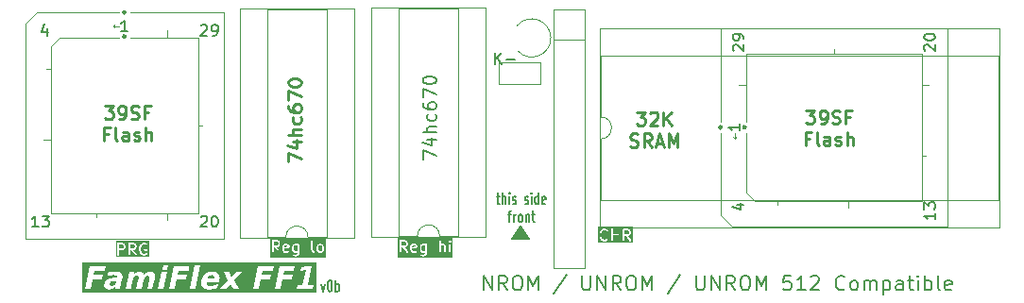
<source format=gbr>
%TF.GenerationSoftware,KiCad,Pcbnew,7.0.7*%
%TF.CreationDate,2023-09-07T16:09:01+01:00*%
%TF.ProjectId,FamiFlex,46616d69-466c-4657-982e-6b696361645f,rev?*%
%TF.SameCoordinates,Original*%
%TF.FileFunction,Legend,Top*%
%TF.FilePolarity,Positive*%
%FSLAX46Y46*%
G04 Gerber Fmt 4.6, Leading zero omitted, Abs format (unit mm)*
G04 Created by KiCad (PCBNEW 7.0.7) date 2023-09-07 16:09:01*
%MOMM*%
%LPD*%
G01*
G04 APERTURE LIST*
%ADD10C,0.150000*%
%ADD11C,0.240000*%
%ADD12C,0.400000*%
%ADD13C,0.200000*%
%ADD14C,0.175000*%
%ADD15C,0.120000*%
%ADD16C,0.300000*%
G04 APERTURE END LIST*
D10*
X75867846Y-78994000D02*
X74343846Y-78994000D01*
X75105846Y-77851000D01*
X75867846Y-78994000D01*
G36*
X75867846Y-78994000D02*
G01*
X74343846Y-78994000D01*
X75105846Y-77851000D01*
X75867846Y-78994000D01*
G37*
D11*
X54242662Y-72042856D02*
X54242662Y-71242856D01*
X54242662Y-71242856D02*
X55442662Y-71757142D01*
X54642662Y-70271428D02*
X55442662Y-70271428D01*
X54185520Y-70557142D02*
X55042662Y-70842856D01*
X55042662Y-70842856D02*
X55042662Y-70099999D01*
X55442662Y-69642856D02*
X54242662Y-69642856D01*
X55442662Y-69128571D02*
X54814091Y-69128571D01*
X54814091Y-69128571D02*
X54699805Y-69185713D01*
X54699805Y-69185713D02*
X54642662Y-69299999D01*
X54642662Y-69299999D02*
X54642662Y-69471428D01*
X54642662Y-69471428D02*
X54699805Y-69585713D01*
X54699805Y-69585713D02*
X54756948Y-69642856D01*
X55385520Y-68042857D02*
X55442662Y-68157142D01*
X55442662Y-68157142D02*
X55442662Y-68385714D01*
X55442662Y-68385714D02*
X55385520Y-68499999D01*
X55385520Y-68499999D02*
X55328377Y-68557142D01*
X55328377Y-68557142D02*
X55214091Y-68614285D01*
X55214091Y-68614285D02*
X54871234Y-68614285D01*
X54871234Y-68614285D02*
X54756948Y-68557142D01*
X54756948Y-68557142D02*
X54699805Y-68499999D01*
X54699805Y-68499999D02*
X54642662Y-68385714D01*
X54642662Y-68385714D02*
X54642662Y-68157142D01*
X54642662Y-68157142D02*
X54699805Y-68042857D01*
X54242662Y-67014286D02*
X54242662Y-67242857D01*
X54242662Y-67242857D02*
X54299805Y-67357143D01*
X54299805Y-67357143D02*
X54356948Y-67414286D01*
X54356948Y-67414286D02*
X54528377Y-67528571D01*
X54528377Y-67528571D02*
X54756948Y-67585714D01*
X54756948Y-67585714D02*
X55214091Y-67585714D01*
X55214091Y-67585714D02*
X55328377Y-67528571D01*
X55328377Y-67528571D02*
X55385520Y-67471428D01*
X55385520Y-67471428D02*
X55442662Y-67357143D01*
X55442662Y-67357143D02*
X55442662Y-67128571D01*
X55442662Y-67128571D02*
X55385520Y-67014286D01*
X55385520Y-67014286D02*
X55328377Y-66957143D01*
X55328377Y-66957143D02*
X55214091Y-66900000D01*
X55214091Y-66900000D02*
X54928377Y-66900000D01*
X54928377Y-66900000D02*
X54814091Y-66957143D01*
X54814091Y-66957143D02*
X54756948Y-67014286D01*
X54756948Y-67014286D02*
X54699805Y-67128571D01*
X54699805Y-67128571D02*
X54699805Y-67357143D01*
X54699805Y-67357143D02*
X54756948Y-67471428D01*
X54756948Y-67471428D02*
X54814091Y-67528571D01*
X54814091Y-67528571D02*
X54928377Y-67585714D01*
X54242662Y-66500000D02*
X54242662Y-65700000D01*
X54242662Y-65700000D02*
X55442662Y-66214286D01*
X54242662Y-65014286D02*
X54242662Y-64900000D01*
X54242662Y-64900000D02*
X54299805Y-64785714D01*
X54299805Y-64785714D02*
X54356948Y-64728572D01*
X54356948Y-64728572D02*
X54471234Y-64671429D01*
X54471234Y-64671429D02*
X54699805Y-64614286D01*
X54699805Y-64614286D02*
X54985520Y-64614286D01*
X54985520Y-64614286D02*
X55214091Y-64671429D01*
X55214091Y-64671429D02*
X55328377Y-64728572D01*
X55328377Y-64728572D02*
X55385520Y-64785714D01*
X55385520Y-64785714D02*
X55442662Y-64900000D01*
X55442662Y-64900000D02*
X55442662Y-65014286D01*
X55442662Y-65014286D02*
X55385520Y-65128572D01*
X55385520Y-65128572D02*
X55328377Y-65185714D01*
X55328377Y-65185714D02*
X55214091Y-65242857D01*
X55214091Y-65242857D02*
X54985520Y-65300000D01*
X54985520Y-65300000D02*
X54699805Y-65300000D01*
X54699805Y-65300000D02*
X54471234Y-65242857D01*
X54471234Y-65242857D02*
X54356948Y-65185714D01*
X54356948Y-65185714D02*
X54299805Y-65128572D01*
X54299805Y-65128572D02*
X54242662Y-65014286D01*
X100682857Y-67456662D02*
X101425714Y-67456662D01*
X101425714Y-67456662D02*
X101025714Y-67913805D01*
X101025714Y-67913805D02*
X101197143Y-67913805D01*
X101197143Y-67913805D02*
X101311429Y-67970948D01*
X101311429Y-67970948D02*
X101368571Y-68028091D01*
X101368571Y-68028091D02*
X101425714Y-68142377D01*
X101425714Y-68142377D02*
X101425714Y-68428091D01*
X101425714Y-68428091D02*
X101368571Y-68542377D01*
X101368571Y-68542377D02*
X101311429Y-68599520D01*
X101311429Y-68599520D02*
X101197143Y-68656662D01*
X101197143Y-68656662D02*
X100854286Y-68656662D01*
X100854286Y-68656662D02*
X100740000Y-68599520D01*
X100740000Y-68599520D02*
X100682857Y-68542377D01*
X101997143Y-68656662D02*
X102225714Y-68656662D01*
X102225714Y-68656662D02*
X102340000Y-68599520D01*
X102340000Y-68599520D02*
X102397143Y-68542377D01*
X102397143Y-68542377D02*
X102511428Y-68370948D01*
X102511428Y-68370948D02*
X102568571Y-68142377D01*
X102568571Y-68142377D02*
X102568571Y-67685234D01*
X102568571Y-67685234D02*
X102511428Y-67570948D01*
X102511428Y-67570948D02*
X102454286Y-67513805D01*
X102454286Y-67513805D02*
X102340000Y-67456662D01*
X102340000Y-67456662D02*
X102111428Y-67456662D01*
X102111428Y-67456662D02*
X101997143Y-67513805D01*
X101997143Y-67513805D02*
X101940000Y-67570948D01*
X101940000Y-67570948D02*
X101882857Y-67685234D01*
X101882857Y-67685234D02*
X101882857Y-67970948D01*
X101882857Y-67970948D02*
X101940000Y-68085234D01*
X101940000Y-68085234D02*
X101997143Y-68142377D01*
X101997143Y-68142377D02*
X102111428Y-68199520D01*
X102111428Y-68199520D02*
X102340000Y-68199520D01*
X102340000Y-68199520D02*
X102454286Y-68142377D01*
X102454286Y-68142377D02*
X102511428Y-68085234D01*
X102511428Y-68085234D02*
X102568571Y-67970948D01*
X103025714Y-68599520D02*
X103197143Y-68656662D01*
X103197143Y-68656662D02*
X103482857Y-68656662D01*
X103482857Y-68656662D02*
X103597143Y-68599520D01*
X103597143Y-68599520D02*
X103654285Y-68542377D01*
X103654285Y-68542377D02*
X103711428Y-68428091D01*
X103711428Y-68428091D02*
X103711428Y-68313805D01*
X103711428Y-68313805D02*
X103654285Y-68199520D01*
X103654285Y-68199520D02*
X103597143Y-68142377D01*
X103597143Y-68142377D02*
X103482857Y-68085234D01*
X103482857Y-68085234D02*
X103254285Y-68028091D01*
X103254285Y-68028091D02*
X103140000Y-67970948D01*
X103140000Y-67970948D02*
X103082857Y-67913805D01*
X103082857Y-67913805D02*
X103025714Y-67799520D01*
X103025714Y-67799520D02*
X103025714Y-67685234D01*
X103025714Y-67685234D02*
X103082857Y-67570948D01*
X103082857Y-67570948D02*
X103140000Y-67513805D01*
X103140000Y-67513805D02*
X103254285Y-67456662D01*
X103254285Y-67456662D02*
X103540000Y-67456662D01*
X103540000Y-67456662D02*
X103711428Y-67513805D01*
X104625714Y-68028091D02*
X104225714Y-68028091D01*
X104225714Y-68656662D02*
X104225714Y-67456662D01*
X104225714Y-67456662D02*
X104797142Y-67456662D01*
X101025715Y-69960091D02*
X100625715Y-69960091D01*
X100625715Y-70588662D02*
X100625715Y-69388662D01*
X100625715Y-69388662D02*
X101197143Y-69388662D01*
X101825714Y-70588662D02*
X101711429Y-70531520D01*
X101711429Y-70531520D02*
X101654286Y-70417234D01*
X101654286Y-70417234D02*
X101654286Y-69388662D01*
X102797143Y-70588662D02*
X102797143Y-69960091D01*
X102797143Y-69960091D02*
X102740000Y-69845805D01*
X102740000Y-69845805D02*
X102625714Y-69788662D01*
X102625714Y-69788662D02*
X102397143Y-69788662D01*
X102397143Y-69788662D02*
X102282857Y-69845805D01*
X102797143Y-70531520D02*
X102682857Y-70588662D01*
X102682857Y-70588662D02*
X102397143Y-70588662D01*
X102397143Y-70588662D02*
X102282857Y-70531520D01*
X102282857Y-70531520D02*
X102225714Y-70417234D01*
X102225714Y-70417234D02*
X102225714Y-70302948D01*
X102225714Y-70302948D02*
X102282857Y-70188662D01*
X102282857Y-70188662D02*
X102397143Y-70131520D01*
X102397143Y-70131520D02*
X102682857Y-70131520D01*
X102682857Y-70131520D02*
X102797143Y-70074377D01*
X103311428Y-70531520D02*
X103425714Y-70588662D01*
X103425714Y-70588662D02*
X103654285Y-70588662D01*
X103654285Y-70588662D02*
X103768571Y-70531520D01*
X103768571Y-70531520D02*
X103825714Y-70417234D01*
X103825714Y-70417234D02*
X103825714Y-70360091D01*
X103825714Y-70360091D02*
X103768571Y-70245805D01*
X103768571Y-70245805D02*
X103654285Y-70188662D01*
X103654285Y-70188662D02*
X103482857Y-70188662D01*
X103482857Y-70188662D02*
X103368571Y-70131520D01*
X103368571Y-70131520D02*
X103311428Y-70017234D01*
X103311428Y-70017234D02*
X103311428Y-69960091D01*
X103311428Y-69960091D02*
X103368571Y-69845805D01*
X103368571Y-69845805D02*
X103482857Y-69788662D01*
X103482857Y-69788662D02*
X103654285Y-69788662D01*
X103654285Y-69788662D02*
X103768571Y-69845805D01*
X104340000Y-70588662D02*
X104340000Y-69388662D01*
X104854286Y-70588662D02*
X104854286Y-69960091D01*
X104854286Y-69960091D02*
X104797143Y-69845805D01*
X104797143Y-69845805D02*
X104682857Y-69788662D01*
X104682857Y-69788662D02*
X104511428Y-69788662D01*
X104511428Y-69788662D02*
X104397143Y-69845805D01*
X104397143Y-69845805D02*
X104340000Y-69902948D01*
X37822857Y-67036662D02*
X38565714Y-67036662D01*
X38565714Y-67036662D02*
X38165714Y-67493805D01*
X38165714Y-67493805D02*
X38337143Y-67493805D01*
X38337143Y-67493805D02*
X38451429Y-67550948D01*
X38451429Y-67550948D02*
X38508571Y-67608091D01*
X38508571Y-67608091D02*
X38565714Y-67722377D01*
X38565714Y-67722377D02*
X38565714Y-68008091D01*
X38565714Y-68008091D02*
X38508571Y-68122377D01*
X38508571Y-68122377D02*
X38451429Y-68179520D01*
X38451429Y-68179520D02*
X38337143Y-68236662D01*
X38337143Y-68236662D02*
X37994286Y-68236662D01*
X37994286Y-68236662D02*
X37880000Y-68179520D01*
X37880000Y-68179520D02*
X37822857Y-68122377D01*
X39137143Y-68236662D02*
X39365714Y-68236662D01*
X39365714Y-68236662D02*
X39480000Y-68179520D01*
X39480000Y-68179520D02*
X39537143Y-68122377D01*
X39537143Y-68122377D02*
X39651428Y-67950948D01*
X39651428Y-67950948D02*
X39708571Y-67722377D01*
X39708571Y-67722377D02*
X39708571Y-67265234D01*
X39708571Y-67265234D02*
X39651428Y-67150948D01*
X39651428Y-67150948D02*
X39594286Y-67093805D01*
X39594286Y-67093805D02*
X39480000Y-67036662D01*
X39480000Y-67036662D02*
X39251428Y-67036662D01*
X39251428Y-67036662D02*
X39137143Y-67093805D01*
X39137143Y-67093805D02*
X39080000Y-67150948D01*
X39080000Y-67150948D02*
X39022857Y-67265234D01*
X39022857Y-67265234D02*
X39022857Y-67550948D01*
X39022857Y-67550948D02*
X39080000Y-67665234D01*
X39080000Y-67665234D02*
X39137143Y-67722377D01*
X39137143Y-67722377D02*
X39251428Y-67779520D01*
X39251428Y-67779520D02*
X39480000Y-67779520D01*
X39480000Y-67779520D02*
X39594286Y-67722377D01*
X39594286Y-67722377D02*
X39651428Y-67665234D01*
X39651428Y-67665234D02*
X39708571Y-67550948D01*
X40165714Y-68179520D02*
X40337143Y-68236662D01*
X40337143Y-68236662D02*
X40622857Y-68236662D01*
X40622857Y-68236662D02*
X40737143Y-68179520D01*
X40737143Y-68179520D02*
X40794285Y-68122377D01*
X40794285Y-68122377D02*
X40851428Y-68008091D01*
X40851428Y-68008091D02*
X40851428Y-67893805D01*
X40851428Y-67893805D02*
X40794285Y-67779520D01*
X40794285Y-67779520D02*
X40737143Y-67722377D01*
X40737143Y-67722377D02*
X40622857Y-67665234D01*
X40622857Y-67665234D02*
X40394285Y-67608091D01*
X40394285Y-67608091D02*
X40280000Y-67550948D01*
X40280000Y-67550948D02*
X40222857Y-67493805D01*
X40222857Y-67493805D02*
X40165714Y-67379520D01*
X40165714Y-67379520D02*
X40165714Y-67265234D01*
X40165714Y-67265234D02*
X40222857Y-67150948D01*
X40222857Y-67150948D02*
X40280000Y-67093805D01*
X40280000Y-67093805D02*
X40394285Y-67036662D01*
X40394285Y-67036662D02*
X40680000Y-67036662D01*
X40680000Y-67036662D02*
X40851428Y-67093805D01*
X41765714Y-67608091D02*
X41365714Y-67608091D01*
X41365714Y-68236662D02*
X41365714Y-67036662D01*
X41365714Y-67036662D02*
X41937142Y-67036662D01*
X38165715Y-69540091D02*
X37765715Y-69540091D01*
X37765715Y-70168662D02*
X37765715Y-68968662D01*
X37765715Y-68968662D02*
X38337143Y-68968662D01*
X38965714Y-70168662D02*
X38851429Y-70111520D01*
X38851429Y-70111520D02*
X38794286Y-69997234D01*
X38794286Y-69997234D02*
X38794286Y-68968662D01*
X39937143Y-70168662D02*
X39937143Y-69540091D01*
X39937143Y-69540091D02*
X39880000Y-69425805D01*
X39880000Y-69425805D02*
X39765714Y-69368662D01*
X39765714Y-69368662D02*
X39537143Y-69368662D01*
X39537143Y-69368662D02*
X39422857Y-69425805D01*
X39937143Y-70111520D02*
X39822857Y-70168662D01*
X39822857Y-70168662D02*
X39537143Y-70168662D01*
X39537143Y-70168662D02*
X39422857Y-70111520D01*
X39422857Y-70111520D02*
X39365714Y-69997234D01*
X39365714Y-69997234D02*
X39365714Y-69882948D01*
X39365714Y-69882948D02*
X39422857Y-69768662D01*
X39422857Y-69768662D02*
X39537143Y-69711520D01*
X39537143Y-69711520D02*
X39822857Y-69711520D01*
X39822857Y-69711520D02*
X39937143Y-69654377D01*
X40451428Y-70111520D02*
X40565714Y-70168662D01*
X40565714Y-70168662D02*
X40794285Y-70168662D01*
X40794285Y-70168662D02*
X40908571Y-70111520D01*
X40908571Y-70111520D02*
X40965714Y-69997234D01*
X40965714Y-69997234D02*
X40965714Y-69940091D01*
X40965714Y-69940091D02*
X40908571Y-69825805D01*
X40908571Y-69825805D02*
X40794285Y-69768662D01*
X40794285Y-69768662D02*
X40622857Y-69768662D01*
X40622857Y-69768662D02*
X40508571Y-69711520D01*
X40508571Y-69711520D02*
X40451428Y-69597234D01*
X40451428Y-69597234D02*
X40451428Y-69540091D01*
X40451428Y-69540091D02*
X40508571Y-69425805D01*
X40508571Y-69425805D02*
X40622857Y-69368662D01*
X40622857Y-69368662D02*
X40794285Y-69368662D01*
X40794285Y-69368662D02*
X40908571Y-69425805D01*
X41480000Y-70168662D02*
X41480000Y-68968662D01*
X41994286Y-70168662D02*
X41994286Y-69540091D01*
X41994286Y-69540091D02*
X41937143Y-69425805D01*
X41937143Y-69425805D02*
X41822857Y-69368662D01*
X41822857Y-69368662D02*
X41651428Y-69368662D01*
X41651428Y-69368662D02*
X41537143Y-69425805D01*
X41537143Y-69425805D02*
X41480000Y-69482948D01*
D10*
G36*
X84759667Y-78227077D02*
G01*
X84790075Y-78257484D01*
X84824333Y-78326000D01*
X84824333Y-78433446D01*
X84790074Y-78501963D01*
X84759668Y-78532369D01*
X84691152Y-78566628D01*
X84402905Y-78566628D01*
X84402905Y-78192819D01*
X84691152Y-78192819D01*
X84759667Y-78227077D01*
G37*
G36*
X85117190Y-79335676D02*
G01*
X82014810Y-79335676D01*
X82014810Y-78689247D01*
X82157667Y-78689247D01*
X82158852Y-78692504D01*
X82159906Y-78707437D01*
X82207525Y-78897913D01*
X82209513Y-78900857D01*
X82213204Y-78913264D01*
X82260823Y-79008502D01*
X82262009Y-79009625D01*
X82274872Y-79027994D01*
X82370110Y-79123233D01*
X82374174Y-79125128D01*
X82376521Y-79128948D01*
X82399426Y-79141351D01*
X82542282Y-79188970D01*
X82543917Y-79188925D01*
X82566000Y-79192819D01*
X82661238Y-79192819D01*
X82662776Y-79192258D01*
X82684955Y-79188970D01*
X82827812Y-79141351D01*
X82831323Y-79138563D01*
X82835792Y-79138173D01*
X82857129Y-79123232D01*
X82862542Y-79117819D01*
X83205286Y-79117819D01*
X83222833Y-79166028D01*
X83267262Y-79191680D01*
X83317786Y-79182771D01*
X83350763Y-79143471D01*
X83355286Y-79117819D01*
X83355286Y-78669009D01*
X83776714Y-78669009D01*
X83776714Y-79117819D01*
X83794261Y-79166028D01*
X83838690Y-79191680D01*
X83889214Y-79182771D01*
X83922191Y-79143471D01*
X83926714Y-79117819D01*
X84252905Y-79117819D01*
X84270452Y-79166028D01*
X84314881Y-79191680D01*
X84365405Y-79182771D01*
X84398382Y-79143471D01*
X84402905Y-79117819D01*
X84402905Y-78716628D01*
X84526951Y-78716628D01*
X84837891Y-79160829D01*
X84879912Y-79190261D01*
X84931020Y-79185797D01*
X84967302Y-79149525D01*
X84971781Y-79098418D01*
X84960776Y-79074810D01*
X84709806Y-78716282D01*
X84713070Y-78715094D01*
X84717431Y-78716136D01*
X84742398Y-78708710D01*
X84837636Y-78661091D01*
X84838761Y-78659901D01*
X84857128Y-78647042D01*
X84904747Y-78599423D01*
X84905438Y-78597941D01*
X84918796Y-78579931D01*
X84966415Y-78484693D01*
X84966927Y-78480239D01*
X84969810Y-78476804D01*
X84974333Y-78451152D01*
X84974333Y-78308295D01*
X84972799Y-78304081D01*
X84973841Y-78299720D01*
X84966415Y-78274754D01*
X84918796Y-78179516D01*
X84917606Y-78178390D01*
X84904747Y-78160024D01*
X84857128Y-78112405D01*
X84855646Y-78111714D01*
X84837636Y-78098356D01*
X84742398Y-78050737D01*
X84737944Y-78050224D01*
X84734509Y-78047342D01*
X84708857Y-78042819D01*
X84327905Y-78042819D01*
X84309596Y-78049482D01*
X84290405Y-78052867D01*
X84286054Y-78058051D01*
X84279696Y-78060366D01*
X84269953Y-78077239D01*
X84257428Y-78092167D01*
X84255710Y-78101909D01*
X84254044Y-78104795D01*
X84254622Y-78108077D01*
X84252905Y-78117819D01*
X84252905Y-79117819D01*
X83926714Y-79117819D01*
X83926714Y-78117819D01*
X83909167Y-78069610D01*
X83864738Y-78043958D01*
X83814214Y-78052867D01*
X83781237Y-78092167D01*
X83776714Y-78117819D01*
X83776714Y-78519009D01*
X83355286Y-78519009D01*
X83355286Y-78117819D01*
X83337739Y-78069610D01*
X83293310Y-78043958D01*
X83242786Y-78052867D01*
X83209809Y-78092167D01*
X83205286Y-78117819D01*
X83205286Y-79117819D01*
X82862542Y-79117819D01*
X82904747Y-79075613D01*
X82926428Y-79029116D01*
X82913150Y-78979561D01*
X82871125Y-78950135D01*
X82820017Y-78954607D01*
X82798680Y-78969548D01*
X82763581Y-79004647D01*
X82649068Y-79042819D01*
X82578170Y-79042819D01*
X82463657Y-79004648D01*
X82389544Y-78930534D01*
X82351050Y-78853547D01*
X82307667Y-78680013D01*
X82307667Y-78555623D01*
X82351050Y-78382089D01*
X82389543Y-78305103D01*
X82463657Y-78230989D01*
X82578170Y-78192819D01*
X82649068Y-78192819D01*
X82763581Y-78230990D01*
X82798681Y-78266090D01*
X82845177Y-78287771D01*
X82894732Y-78274494D01*
X82924158Y-78232468D01*
X82919687Y-78181361D01*
X82904747Y-78160024D01*
X82857128Y-78112405D01*
X82853064Y-78110510D01*
X82850717Y-78106689D01*
X82827812Y-78094287D01*
X82684955Y-78046668D01*
X82683320Y-78046712D01*
X82661238Y-78042819D01*
X82566000Y-78042819D01*
X82564462Y-78043378D01*
X82542282Y-78046668D01*
X82399426Y-78094287D01*
X82395915Y-78097073D01*
X82391447Y-78097464D01*
X82370110Y-78112405D01*
X82274872Y-78207643D01*
X82274181Y-78209124D01*
X82260823Y-78227135D01*
X82213204Y-78322373D01*
X82212797Y-78325901D01*
X82207525Y-78337724D01*
X82159906Y-78528200D01*
X82160266Y-78531648D01*
X82157667Y-78546390D01*
X82157667Y-78689247D01*
X82014810Y-78689247D01*
X82014810Y-77899962D01*
X85117190Y-77899962D01*
X85117190Y-79335676D01*
G37*
G36*
X39454258Y-79497077D02*
G01*
X39484665Y-79527484D01*
X39518923Y-79596000D01*
X39518923Y-79703447D01*
X39484664Y-79771963D01*
X39454258Y-79802370D01*
X39385742Y-79836628D01*
X39097495Y-79836628D01*
X39097495Y-79462819D01*
X39385742Y-79462819D01*
X39454258Y-79497077D01*
G37*
G36*
X40454258Y-79497077D02*
G01*
X40484665Y-79527484D01*
X40518923Y-79596000D01*
X40518923Y-79703447D01*
X40484664Y-79771963D01*
X40454258Y-79802370D01*
X40385742Y-79836628D01*
X40097495Y-79836628D01*
X40097495Y-79462819D01*
X40385742Y-79462819D01*
X40454258Y-79497077D01*
G37*
G36*
X41811780Y-80605676D02*
G01*
X38804638Y-80605676D01*
X38804638Y-80387819D01*
X38947495Y-80387819D01*
X38965042Y-80436028D01*
X39009471Y-80461680D01*
X39059995Y-80452771D01*
X39092972Y-80413471D01*
X39097495Y-80387819D01*
X39947495Y-80387819D01*
X39965042Y-80436028D01*
X40009471Y-80461680D01*
X40059995Y-80452771D01*
X40092972Y-80413471D01*
X40097495Y-80387819D01*
X40097495Y-79986628D01*
X40221541Y-79986628D01*
X40532481Y-80430829D01*
X40574502Y-80460261D01*
X40625610Y-80455797D01*
X40661892Y-80419525D01*
X40666371Y-80368418D01*
X40655366Y-80344810D01*
X40404396Y-79986282D01*
X40407660Y-79985094D01*
X40412021Y-79986136D01*
X40436988Y-79978710D01*
X40475914Y-79959247D01*
X40899876Y-79959247D01*
X40901061Y-79962504D01*
X40902115Y-79977437D01*
X40949734Y-80167913D01*
X40951722Y-80170857D01*
X40955413Y-80183264D01*
X41003032Y-80278502D01*
X41004218Y-80279625D01*
X41017081Y-80297994D01*
X41112319Y-80393233D01*
X41116383Y-80395128D01*
X41118730Y-80398948D01*
X41141635Y-80411351D01*
X41284491Y-80458970D01*
X41286126Y-80458925D01*
X41308209Y-80462819D01*
X41403447Y-80462819D01*
X41404985Y-80462258D01*
X41427164Y-80458970D01*
X41570021Y-80411351D01*
X41573532Y-80408563D01*
X41578001Y-80408173D01*
X41599338Y-80393232D01*
X41646956Y-80345613D01*
X41653874Y-80330775D01*
X41664400Y-80318232D01*
X41667243Y-80302104D01*
X41668637Y-80299116D01*
X41668114Y-80297165D01*
X41668923Y-80292580D01*
X41668923Y-79959247D01*
X41662259Y-79940938D01*
X41658875Y-79921747D01*
X41653690Y-79917396D01*
X41651376Y-79911038D01*
X41634502Y-79901295D01*
X41619575Y-79888770D01*
X41609832Y-79887052D01*
X41606947Y-79885386D01*
X41603664Y-79885964D01*
X41593923Y-79884247D01*
X41403447Y-79884247D01*
X41355238Y-79901794D01*
X41329586Y-79946223D01*
X41338495Y-79996747D01*
X41377795Y-80029724D01*
X41403447Y-80034247D01*
X41518923Y-80034247D01*
X41518923Y-80261514D01*
X41505790Y-80274647D01*
X41391277Y-80312819D01*
X41320379Y-80312819D01*
X41205866Y-80274648D01*
X41131753Y-80200534D01*
X41093259Y-80123546D01*
X41049876Y-79950013D01*
X41049876Y-79825623D01*
X41093259Y-79652089D01*
X41131752Y-79575103D01*
X41205865Y-79500990D01*
X41320379Y-79462819D01*
X41433361Y-79462819D01*
X41512763Y-79502520D01*
X41563729Y-79508385D01*
X41606542Y-79480119D01*
X41621169Y-79430944D01*
X41600766Y-79383873D01*
X41579845Y-79368356D01*
X41484607Y-79320737D01*
X41480153Y-79320224D01*
X41476718Y-79317342D01*
X41451066Y-79312819D01*
X41308209Y-79312819D01*
X41306671Y-79313378D01*
X41284491Y-79316668D01*
X41141635Y-79364287D01*
X41138124Y-79367073D01*
X41133656Y-79367464D01*
X41112319Y-79382405D01*
X41017081Y-79477643D01*
X41016390Y-79479124D01*
X41003032Y-79497135D01*
X40955413Y-79592373D01*
X40955006Y-79595901D01*
X40949734Y-79607724D01*
X40902115Y-79798200D01*
X40902475Y-79801648D01*
X40899876Y-79816390D01*
X40899876Y-79959247D01*
X40475914Y-79959247D01*
X40532226Y-79931091D01*
X40533351Y-79929901D01*
X40551718Y-79917042D01*
X40599337Y-79869423D01*
X40600028Y-79867941D01*
X40613386Y-79849931D01*
X40661005Y-79754693D01*
X40661517Y-79750239D01*
X40664400Y-79746804D01*
X40668923Y-79721152D01*
X40668923Y-79578295D01*
X40667389Y-79574081D01*
X40668431Y-79569720D01*
X40661005Y-79544754D01*
X40613386Y-79449516D01*
X40612196Y-79448390D01*
X40599337Y-79430024D01*
X40551718Y-79382405D01*
X40550236Y-79381714D01*
X40532226Y-79368356D01*
X40436988Y-79320737D01*
X40432534Y-79320224D01*
X40429099Y-79317342D01*
X40403447Y-79312819D01*
X40022495Y-79312819D01*
X40004186Y-79319482D01*
X39984995Y-79322867D01*
X39980644Y-79328051D01*
X39974286Y-79330366D01*
X39964543Y-79347239D01*
X39952018Y-79362167D01*
X39950300Y-79371909D01*
X39948634Y-79374795D01*
X39949212Y-79378077D01*
X39947495Y-79387819D01*
X39947495Y-80387819D01*
X39097495Y-80387819D01*
X39097495Y-79986628D01*
X39403447Y-79986628D01*
X39407660Y-79985094D01*
X39412021Y-79986136D01*
X39436988Y-79978710D01*
X39532226Y-79931091D01*
X39533351Y-79929901D01*
X39551718Y-79917042D01*
X39599337Y-79869423D01*
X39600028Y-79867941D01*
X39613386Y-79849931D01*
X39661005Y-79754693D01*
X39661517Y-79750239D01*
X39664400Y-79746804D01*
X39668923Y-79721152D01*
X39668923Y-79578295D01*
X39667389Y-79574081D01*
X39668431Y-79569720D01*
X39661005Y-79544754D01*
X39613386Y-79449516D01*
X39612196Y-79448390D01*
X39599337Y-79430024D01*
X39551718Y-79382405D01*
X39550236Y-79381714D01*
X39532226Y-79368356D01*
X39436988Y-79320737D01*
X39432534Y-79320224D01*
X39429099Y-79317342D01*
X39403447Y-79312819D01*
X39022495Y-79312819D01*
X39004186Y-79319482D01*
X38984995Y-79322867D01*
X38980644Y-79328051D01*
X38974286Y-79330366D01*
X38964543Y-79347239D01*
X38952018Y-79362167D01*
X38950300Y-79371909D01*
X38948634Y-79374795D01*
X38949212Y-79378077D01*
X38947495Y-79387819D01*
X38947495Y-80387819D01*
X38804638Y-80387819D01*
X38804638Y-79169962D01*
X41811780Y-79169962D01*
X41811780Y-80605676D01*
G37*
D12*
G36*
X38855311Y-82822009D02*
G01*
X38853126Y-82832062D01*
X38848279Y-82851849D01*
X38842799Y-82871213D01*
X38836685Y-82890154D01*
X38829938Y-82908670D01*
X38818629Y-82935651D01*
X38805895Y-82961678D01*
X38791736Y-82986753D01*
X38776151Y-83010874D01*
X38759141Y-83034043D01*
X38740705Y-83056258D01*
X38720844Y-83077520D01*
X38706812Y-83091165D01*
X38692380Y-83104178D01*
X38670426Y-83122125D01*
X38648102Y-83138182D01*
X38625409Y-83152350D01*
X38602346Y-83164629D01*
X38578915Y-83175018D01*
X38555114Y-83183519D01*
X38530944Y-83190131D01*
X38506405Y-83194854D01*
X38481496Y-83197687D01*
X38456219Y-83198632D01*
X38442833Y-83198408D01*
X38417447Y-83196622D01*
X38393908Y-83193050D01*
X38372216Y-83187692D01*
X38352372Y-83180548D01*
X38334374Y-83171618D01*
X38314474Y-83157944D01*
X38297461Y-83141479D01*
X38291568Y-83134165D01*
X38279242Y-83114394D01*
X38270350Y-83092501D01*
X38265709Y-83073457D01*
X38263267Y-83053055D01*
X38263023Y-83031295D01*
X38264976Y-83008176D01*
X38269129Y-82983698D01*
X38272250Y-82970169D01*
X38277877Y-82950663D01*
X38284638Y-82932102D01*
X38295415Y-82908822D01*
X38308207Y-82887222D01*
X38323015Y-82867301D01*
X38339837Y-82849059D01*
X38358674Y-82832496D01*
X38379526Y-82817613D01*
X38390763Y-82810751D01*
X38408542Y-82801289D01*
X38427428Y-82792822D01*
X38447423Y-82785352D01*
X38468524Y-82778878D01*
X38490734Y-82773399D01*
X38514051Y-82768917D01*
X38538476Y-82765431D01*
X38564008Y-82762941D01*
X38590648Y-82761447D01*
X38618396Y-82760949D01*
X38868012Y-82760949D01*
X38855311Y-82822009D01*
G37*
G36*
X47426997Y-82229812D02*
G01*
X47449805Y-82231575D01*
X47471436Y-82234849D01*
X47491891Y-82239635D01*
X47511169Y-82245932D01*
X47529271Y-82253740D01*
X47551578Y-82266502D01*
X47571792Y-82281950D01*
X47589916Y-82300085D01*
X47602136Y-82315450D01*
X47609534Y-82326410D01*
X47619293Y-82343652D01*
X47627446Y-82361856D01*
X47633993Y-82381021D01*
X47638935Y-82401148D01*
X47642271Y-82422237D01*
X47644001Y-82444288D01*
X47644126Y-82467300D01*
X47642644Y-82491274D01*
X47639557Y-82516210D01*
X47634865Y-82542107D01*
X47010092Y-82542107D01*
X47016946Y-82523455D01*
X47027971Y-82496514D01*
X47039889Y-82470819D01*
X47052701Y-82446368D01*
X47066405Y-82423163D01*
X47081002Y-82401202D01*
X47096493Y-82380487D01*
X47112876Y-82361017D01*
X47130152Y-82342791D01*
X47148322Y-82325811D01*
X47167384Y-82310076D01*
X47180529Y-82300316D01*
X47200769Y-82286856D01*
X47221636Y-82274814D01*
X47243130Y-82264188D01*
X47265251Y-82254979D01*
X47287998Y-82247186D01*
X47311373Y-82240811D01*
X47335374Y-82235852D01*
X47360002Y-82232310D01*
X47385257Y-82230185D01*
X47411138Y-82229476D01*
X47426997Y-82229812D01*
G37*
G36*
X56795875Y-83796977D02*
G01*
X35780833Y-83796977D01*
X35780833Y-83480000D01*
X36066547Y-83480000D01*
X36584341Y-83480000D01*
X36655449Y-83138376D01*
X37766547Y-83138376D01*
X37767736Y-83162774D01*
X37770196Y-83186523D01*
X37773926Y-83209623D01*
X37778927Y-83232074D01*
X37785200Y-83253876D01*
X37792742Y-83275030D01*
X37801556Y-83295535D01*
X37811641Y-83315391D01*
X37822996Y-83334599D01*
X37835622Y-83353157D01*
X37849519Y-83371067D01*
X37864573Y-83388044D01*
X37880546Y-83403925D01*
X37897439Y-83418712D01*
X37915251Y-83432403D01*
X37933984Y-83444998D01*
X37953636Y-83456499D01*
X37974207Y-83466904D01*
X37995699Y-83476214D01*
X38018110Y-83484428D01*
X38041441Y-83491548D01*
X38065691Y-83497572D01*
X38090862Y-83502500D01*
X38116952Y-83506334D01*
X38143962Y-83509072D01*
X38171891Y-83510715D01*
X38200741Y-83511263D01*
X38211511Y-83511197D01*
X38232829Y-83510674D01*
X38253849Y-83509629D01*
X38274572Y-83508060D01*
X38294996Y-83505969D01*
X38315124Y-83503355D01*
X38334953Y-83500218D01*
X38354485Y-83496558D01*
X38373719Y-83492375D01*
X38402012Y-83485121D01*
X38429635Y-83476690D01*
X38456589Y-83467083D01*
X38482873Y-83456300D01*
X38508487Y-83444340D01*
X38533780Y-83431001D01*
X38558919Y-83416262D01*
X38575592Y-83405658D01*
X38592197Y-83394432D01*
X38608733Y-83382585D01*
X38625200Y-83370115D01*
X38641599Y-83357023D01*
X38657929Y-83343309D01*
X38674190Y-83328973D01*
X38690383Y-83314015D01*
X38706506Y-83298435D01*
X38722562Y-83282233D01*
X38738548Y-83265409D01*
X38754466Y-83247963D01*
X38770315Y-83229895D01*
X38718535Y-83480000D01*
X39203602Y-83480000D01*
X39680852Y-83480000D01*
X40164453Y-83480000D01*
X40319792Y-82733593D01*
X40322593Y-82720409D01*
X40328520Y-82694614D01*
X40334878Y-82669587D01*
X40341667Y-82645327D01*
X40348887Y-82621834D01*
X40356539Y-82599108D01*
X40364622Y-82577149D01*
X40373136Y-82555957D01*
X40382082Y-82535532D01*
X40391458Y-82515874D01*
X40401266Y-82496984D01*
X40411505Y-82478860D01*
X40422176Y-82461503D01*
X40433277Y-82444914D01*
X40444810Y-82429092D01*
X40462918Y-82406796D01*
X40475525Y-82392896D01*
X40495001Y-82373726D01*
X40515155Y-82356574D01*
X40535988Y-82341440D01*
X40557499Y-82328324D01*
X40579688Y-82317226D01*
X40602556Y-82308145D01*
X40626102Y-82301083D01*
X40650327Y-82296038D01*
X40675229Y-82293011D01*
X40700810Y-82292002D01*
X40707600Y-82292073D01*
X40733153Y-82293779D01*
X40756143Y-82297760D01*
X40776568Y-82304015D01*
X40794428Y-82312544D01*
X40813147Y-82326404D01*
X40827859Y-82343819D01*
X40838563Y-82364787D01*
X40840225Y-82369481D01*
X40845309Y-82391768D01*
X40847478Y-82412170D01*
X40848240Y-82435732D01*
X40847593Y-82462453D01*
X40846379Y-82482023D01*
X40844540Y-82502998D01*
X40842074Y-82525376D01*
X40838983Y-82549159D01*
X40835266Y-82574347D01*
X40830923Y-82600939D01*
X40825954Y-82628935D01*
X40820360Y-82658336D01*
X40814139Y-82689141D01*
X40649519Y-83480000D01*
X41133120Y-83480000D01*
X41287970Y-82735059D01*
X41291011Y-82721694D01*
X41297388Y-82695560D01*
X41304158Y-82670220D01*
X41311322Y-82645674D01*
X41318878Y-82621921D01*
X41326827Y-82598962D01*
X41335170Y-82576797D01*
X41343905Y-82555426D01*
X41353034Y-82534848D01*
X41362555Y-82515065D01*
X41372470Y-82496075D01*
X41382778Y-82477879D01*
X41393479Y-82460476D01*
X41404573Y-82443868D01*
X41416060Y-82428053D01*
X41434027Y-82405819D01*
X41446453Y-82392037D01*
X41465664Y-82373030D01*
X41485563Y-82356024D01*
X41506148Y-82341019D01*
X41527420Y-82328015D01*
X41549379Y-82317011D01*
X41572025Y-82308008D01*
X41595357Y-82301005D01*
X41619377Y-82296004D01*
X41644084Y-82293003D01*
X41669478Y-82292002D01*
X41675940Y-82292073D01*
X41700368Y-82293779D01*
X41722522Y-82297760D01*
X41742401Y-82304015D01*
X41760005Y-82312544D01*
X41778812Y-82326404D01*
X41794066Y-82343819D01*
X41805765Y-82364787D01*
X41812795Y-82384250D01*
X41817763Y-82406491D01*
X41820671Y-82431511D01*
X41821500Y-82452099D01*
X41821169Y-82474249D01*
X41819680Y-82497963D01*
X41817031Y-82523239D01*
X41813223Y-82550078D01*
X41808255Y-82578480D01*
X41804300Y-82598283D01*
X41801234Y-82612899D01*
X41796984Y-82632750D01*
X41792576Y-82652505D01*
X41788347Y-82670043D01*
X41783295Y-82689141D01*
X41618675Y-83480000D01*
X42102276Y-83480000D01*
X42600531Y-83480000D01*
X43081690Y-83480000D01*
X43581411Y-83480000D01*
X44099205Y-83480000D01*
X45472827Y-83480000D01*
X45953986Y-83480000D01*
X46067547Y-82933901D01*
X46455475Y-82933901D01*
X46455919Y-82954075D01*
X46456874Y-82973921D01*
X46460314Y-83012624D01*
X46465796Y-83050010D01*
X46473320Y-83086080D01*
X46482886Y-83120833D01*
X46494493Y-83154269D01*
X46508142Y-83186389D01*
X46523833Y-83217192D01*
X46541565Y-83246679D01*
X46561339Y-83274849D01*
X46583155Y-83301702D01*
X46606931Y-83327079D01*
X46632462Y-83350818D01*
X46659748Y-83372920D01*
X46688790Y-83393385D01*
X46719588Y-83412213D01*
X46752141Y-83429403D01*
X46786449Y-83444956D01*
X46822513Y-83458872D01*
X46841203Y-83465217D01*
X46860333Y-83471151D01*
X46879901Y-83476677D01*
X46899908Y-83481793D01*
X46920353Y-83486500D01*
X46941238Y-83490798D01*
X46962562Y-83494686D01*
X46984324Y-83498165D01*
X47006525Y-83501235D01*
X47029165Y-83503895D01*
X47052244Y-83506146D01*
X47075762Y-83507988D01*
X47099719Y-83509421D01*
X47124115Y-83510444D01*
X47148949Y-83511058D01*
X47174223Y-83511263D01*
X47195619Y-83511140D01*
X47217065Y-83510774D01*
X47238560Y-83510163D01*
X47260105Y-83509309D01*
X47281699Y-83508210D01*
X47303343Y-83506866D01*
X47325037Y-83505279D01*
X47346780Y-83503447D01*
X47368573Y-83501371D01*
X47390416Y-83499050D01*
X47412308Y-83496486D01*
X47434250Y-83493677D01*
X47456241Y-83490624D01*
X47478282Y-83487327D01*
X47500373Y-83483785D01*
X47522513Y-83480000D01*
X48141913Y-83480000D01*
X48651404Y-83480000D01*
X49086156Y-82995910D01*
X49324537Y-83480000D01*
X49834027Y-83480000D01*
X51133399Y-83480000D01*
X51651194Y-83480000D01*
X53046309Y-83480000D01*
X53564104Y-83480000D01*
X55029073Y-83480000D01*
X56432004Y-83480000D01*
X56510161Y-83104842D01*
X56053427Y-83104842D01*
X56404160Y-81416636D01*
X55912255Y-81416636D01*
X55426700Y-81510425D01*
X55349031Y-81885582D01*
X55837028Y-81791793D01*
X55563965Y-83104842D01*
X55107230Y-83104842D01*
X55029073Y-83480000D01*
X53564104Y-83480000D01*
X53746309Y-82604633D01*
X54572339Y-82604633D01*
X54656847Y-82198213D01*
X53830817Y-82198213D01*
X53908487Y-81823056D01*
X54787272Y-81823056D01*
X54871780Y-81416636D01*
X53475200Y-81416636D01*
X53046309Y-83480000D01*
X51651194Y-83480000D01*
X51833399Y-82604633D01*
X52659429Y-82604633D01*
X52743937Y-82198213D01*
X51917907Y-82198213D01*
X51995577Y-81823056D01*
X52874362Y-81823056D01*
X52958870Y-81416636D01*
X51562290Y-81416636D01*
X51133399Y-83480000D01*
X49834027Y-83480000D01*
X49428096Y-82693538D01*
X50125653Y-81948108D01*
X49616163Y-81948108D01*
X49209743Y-82402400D01*
X48996763Y-81948108D01*
X48487272Y-81948108D01*
X48874642Y-82696468D01*
X48141913Y-83480000D01*
X47522513Y-83480000D01*
X47544701Y-83475912D01*
X47566935Y-83471588D01*
X47589214Y-83467028D01*
X47611540Y-83462231D01*
X47633911Y-83457197D01*
X47656328Y-83451927D01*
X47678790Y-83446420D01*
X47701299Y-83440676D01*
X47723853Y-83434696D01*
X47746453Y-83428480D01*
X47769099Y-83422026D01*
X47791791Y-83415336D01*
X47814528Y-83408410D01*
X47837312Y-83401246D01*
X47860141Y-83393847D01*
X47883016Y-83386210D01*
X47961173Y-83011053D01*
X47937739Y-83022653D01*
X47914454Y-83033882D01*
X47891318Y-83044742D01*
X47868330Y-83055231D01*
X47845492Y-83065350D01*
X47822802Y-83075098D01*
X47800261Y-83084477D01*
X47777869Y-83093485D01*
X47755626Y-83102123D01*
X47733531Y-83110391D01*
X47711586Y-83118289D01*
X47689789Y-83125817D01*
X47668141Y-83132974D01*
X47646642Y-83139762D01*
X47625292Y-83146179D01*
X47604090Y-83152226D01*
X47593573Y-83155081D01*
X47572637Y-83160519D01*
X47551831Y-83165595D01*
X47531154Y-83170308D01*
X47510607Y-83174658D01*
X47490190Y-83178646D01*
X47469903Y-83182272D01*
X47449745Y-83185535D01*
X47429717Y-83188435D01*
X47409819Y-83190973D01*
X47390050Y-83193148D01*
X47370412Y-83194961D01*
X47341197Y-83197000D01*
X47312274Y-83198224D01*
X47283644Y-83198632D01*
X47271988Y-83198548D01*
X47249270Y-83197876D01*
X47227341Y-83196533D01*
X47206203Y-83194518D01*
X47185854Y-83191831D01*
X47166296Y-83188473D01*
X47138439Y-83182176D01*
X47112360Y-83174368D01*
X47088059Y-83165048D01*
X47065534Y-83154218D01*
X47044787Y-83141876D01*
X47025818Y-83128023D01*
X47008626Y-83112658D01*
X46998168Y-83101576D01*
X46984018Y-83083693D01*
X46971715Y-83064298D01*
X46961258Y-83043393D01*
X46952647Y-83020976D01*
X46945882Y-82997047D01*
X46940963Y-82971608D01*
X46937891Y-82944657D01*
X46936664Y-82916195D01*
X46936872Y-82896381D01*
X46937901Y-82875895D01*
X46939750Y-82854738D01*
X48064732Y-82854738D01*
X48094530Y-82710635D01*
X48098994Y-82688184D01*
X48102983Y-82666018D01*
X48106497Y-82644137D01*
X48109536Y-82622539D01*
X48112099Y-82601226D01*
X48114188Y-82580197D01*
X48115801Y-82559453D01*
X48116939Y-82538993D01*
X48117602Y-82518817D01*
X48117790Y-82498926D01*
X48116741Y-82459996D01*
X48113791Y-82422203D01*
X48108940Y-82385547D01*
X48102189Y-82350029D01*
X48093538Y-82315648D01*
X48082986Y-82282404D01*
X48070533Y-82250298D01*
X48056180Y-82219329D01*
X48039926Y-82189497D01*
X48021772Y-82160802D01*
X48001718Y-82133244D01*
X47979982Y-82107040D01*
X47956785Y-82082526D01*
X47932126Y-82059703D01*
X47906005Y-82038570D01*
X47878423Y-82019128D01*
X47849379Y-82001376D01*
X47818873Y-81985315D01*
X47786906Y-81970945D01*
X47753477Y-81958265D01*
X47718587Y-81947276D01*
X47682235Y-81937978D01*
X47644421Y-81930370D01*
X47624966Y-81927200D01*
X47605145Y-81924453D01*
X47584960Y-81922128D01*
X47564408Y-81920227D01*
X47543492Y-81918747D01*
X47522210Y-81917691D01*
X47500562Y-81917057D01*
X47478549Y-81916845D01*
X47454336Y-81917053D01*
X47430363Y-81917677D01*
X47406629Y-81918717D01*
X47383134Y-81920173D01*
X47359879Y-81922045D01*
X47336864Y-81924333D01*
X47314088Y-81927037D01*
X47291551Y-81930157D01*
X47269254Y-81933692D01*
X47247196Y-81937644D01*
X47225378Y-81942012D01*
X47203799Y-81946796D01*
X47182460Y-81951995D01*
X47161360Y-81957611D01*
X47140500Y-81963643D01*
X47119879Y-81970090D01*
X47099497Y-81976954D01*
X47079355Y-81984233D01*
X47059453Y-81991929D01*
X47039790Y-82000040D01*
X47020367Y-82008568D01*
X47001182Y-82017511D01*
X46982238Y-82026871D01*
X46963533Y-82036646D01*
X46945067Y-82046838D01*
X46926841Y-82057445D01*
X46908854Y-82068469D01*
X46891107Y-82079908D01*
X46873599Y-82091763D01*
X46856331Y-82104035D01*
X46839302Y-82116722D01*
X46822513Y-82129825D01*
X46806059Y-82143291D01*
X46789973Y-82157066D01*
X46774257Y-82171150D01*
X46758911Y-82185543D01*
X46743933Y-82200245D01*
X46729325Y-82215257D01*
X46715086Y-82230577D01*
X46701216Y-82246207D01*
X46687715Y-82262146D01*
X46674584Y-82278393D01*
X46661822Y-82294950D01*
X46649429Y-82311816D01*
X46637405Y-82328992D01*
X46625751Y-82346476D01*
X46614465Y-82364270D01*
X46603549Y-82382372D01*
X46593003Y-82400784D01*
X46582825Y-82419505D01*
X46573017Y-82438535D01*
X46563578Y-82457874D01*
X46554508Y-82477522D01*
X46545807Y-82497479D01*
X46537476Y-82517746D01*
X46529513Y-82538321D01*
X46528137Y-82542107D01*
X46521920Y-82559206D01*
X46514697Y-82580400D01*
X46507842Y-82601903D01*
X46501357Y-82623715D01*
X46495241Y-82645836D01*
X46489494Y-82668266D01*
X46484116Y-82691005D01*
X46479108Y-82714054D01*
X46474447Y-82737520D01*
X46470298Y-82760657D01*
X46466658Y-82783464D01*
X46463530Y-82805943D01*
X46460911Y-82828092D01*
X46458803Y-82849912D01*
X46457205Y-82871403D01*
X46456118Y-82892565D01*
X46455542Y-82913398D01*
X46455475Y-82933901D01*
X46067547Y-82933901D01*
X46396065Y-81354110D01*
X45914907Y-81354110D01*
X45472827Y-83480000D01*
X44099205Y-83480000D01*
X44281411Y-82604633D01*
X45107440Y-82604633D01*
X45191948Y-82198213D01*
X44365919Y-82198213D01*
X44443588Y-81823056D01*
X45322374Y-81823056D01*
X45406882Y-81416636D01*
X44010301Y-81416636D01*
X43581411Y-83480000D01*
X43081690Y-83480000D01*
X43400182Y-81948108D01*
X42919024Y-81948108D01*
X42600531Y-83480000D01*
X42102276Y-83480000D01*
X42294251Y-82556273D01*
X42301719Y-82517835D01*
X42307883Y-82480558D01*
X42312741Y-82444440D01*
X42316294Y-82409483D01*
X42318541Y-82375686D01*
X42319484Y-82343049D01*
X42319122Y-82311572D01*
X42317454Y-82281256D01*
X42314481Y-82252099D01*
X42310203Y-82224103D01*
X42304620Y-82197267D01*
X42297731Y-82171591D01*
X42289538Y-82147075D01*
X42280039Y-82123719D01*
X42269235Y-82101523D01*
X42257126Y-82080488D01*
X42243809Y-82060672D01*
X42229259Y-82042134D01*
X42213477Y-82024875D01*
X42196462Y-82008894D01*
X42178214Y-81994192D01*
X42158734Y-81980768D01*
X42138021Y-81968623D01*
X42116076Y-81957756D01*
X42092897Y-81948168D01*
X42068486Y-81939858D01*
X42042843Y-81932826D01*
X42015967Y-81927073D01*
X41987858Y-81922598D01*
X41958516Y-81919402D01*
X41927942Y-81917485D01*
X41896135Y-81916845D01*
X41886741Y-81916916D01*
X41858667Y-81917983D01*
X41830756Y-81920328D01*
X41803008Y-81923953D01*
X41775423Y-81928858D01*
X41748002Y-81935041D01*
X41720743Y-81942505D01*
X41693648Y-81951247D01*
X41666716Y-81961269D01*
X41639947Y-81972571D01*
X41622192Y-81980816D01*
X41604509Y-81989630D01*
X41587005Y-81998987D01*
X41569666Y-82008864D01*
X41552491Y-82019259D01*
X41535480Y-82030174D01*
X41518633Y-82041608D01*
X41501950Y-82053560D01*
X41485431Y-82066032D01*
X41469076Y-82079023D01*
X41452886Y-82092532D01*
X41436859Y-82106561D01*
X41420997Y-82121109D01*
X41405298Y-82136175D01*
X41389764Y-82151761D01*
X41374394Y-82167866D01*
X41359188Y-82184490D01*
X41344146Y-82201632D01*
X41339599Y-82185014D01*
X41331755Y-82160967D01*
X41322683Y-82137977D01*
X41312384Y-82116042D01*
X41300856Y-82095164D01*
X41288100Y-82075341D01*
X41274117Y-82056575D01*
X41258906Y-82038865D01*
X41242467Y-82022211D01*
X41224800Y-82006614D01*
X41205905Y-81992072D01*
X41192696Y-81982963D01*
X41172126Y-81970400D01*
X41150645Y-81959160D01*
X41128253Y-81949243D01*
X41104952Y-81940648D01*
X41080741Y-81933375D01*
X41055619Y-81927424D01*
X41029587Y-81922796D01*
X41002645Y-81919490D01*
X40974793Y-81917506D01*
X40946030Y-81916845D01*
X40928790Y-81917091D01*
X40903080Y-81918384D01*
X40877551Y-81920784D01*
X40852201Y-81924291D01*
X40827032Y-81928907D01*
X40802044Y-81934630D01*
X40777235Y-81941460D01*
X40752608Y-81949399D01*
X40728160Y-81958445D01*
X40703893Y-81968599D01*
X40679806Y-81979860D01*
X40663918Y-81987918D01*
X40640273Y-82000914D01*
X40616852Y-82015000D01*
X40593654Y-82030177D01*
X40570679Y-82046445D01*
X40547927Y-82063803D01*
X40525398Y-82082251D01*
X40510503Y-82095156D01*
X40495707Y-82108545D01*
X40481011Y-82122420D01*
X40466414Y-82136778D01*
X40451915Y-82151622D01*
X40437517Y-82166950D01*
X40482946Y-81948108D01*
X39999345Y-81948108D01*
X39680852Y-83480000D01*
X39203602Y-83480000D01*
X39390203Y-82582651D01*
X39394566Y-82560800D01*
X39398496Y-82539333D01*
X39401993Y-82518248D01*
X39405056Y-82497548D01*
X39407687Y-82477231D01*
X39409884Y-82457297D01*
X39412979Y-82418581D01*
X39414341Y-82381399D01*
X39413971Y-82345751D01*
X39411868Y-82311637D01*
X39408033Y-82279057D01*
X39402465Y-82248012D01*
X39395164Y-82218500D01*
X39386131Y-82190523D01*
X39375366Y-82164080D01*
X39362867Y-82139171D01*
X39348636Y-82115796D01*
X39332673Y-82093956D01*
X39314976Y-82073649D01*
X39295405Y-82054661D01*
X39273814Y-82036898D01*
X39250204Y-82020360D01*
X39224576Y-82005047D01*
X39196929Y-81990960D01*
X39167263Y-81978097D01*
X39135578Y-81966459D01*
X39101875Y-81956046D01*
X39066152Y-81946859D01*
X39028411Y-81938896D01*
X39008783Y-81935374D01*
X38988651Y-81932158D01*
X38968014Y-81929249D01*
X38946872Y-81926646D01*
X38925225Y-81924349D01*
X38903074Y-81922358D01*
X38880418Y-81920673D01*
X38857258Y-81919295D01*
X38833592Y-81918223D01*
X38809422Y-81917458D01*
X38784748Y-81916998D01*
X38759568Y-81916845D01*
X38749826Y-81916861D01*
X38720558Y-81917097D01*
X38701013Y-81917412D01*
X38681441Y-81917853D01*
X38661842Y-81918419D01*
X38642217Y-81919112D01*
X38622565Y-81919931D01*
X38602886Y-81920875D01*
X38583181Y-81921946D01*
X38563449Y-81923142D01*
X38543690Y-81924465D01*
X38523904Y-81925913D01*
X38504092Y-81927487D01*
X38484253Y-81929187D01*
X38464387Y-81931013D01*
X38444495Y-81932965D01*
X38424643Y-81934978D01*
X38404775Y-81937110D01*
X38384892Y-81939360D01*
X38364994Y-81941728D01*
X38345080Y-81944214D01*
X38325152Y-81946818D01*
X38305208Y-81949541D01*
X38285249Y-81952383D01*
X38265274Y-81955342D01*
X38245284Y-81958420D01*
X38225279Y-81961616D01*
X38205259Y-81964931D01*
X38185224Y-81968363D01*
X38165173Y-81971914D01*
X38145107Y-81975584D01*
X38125025Y-81979371D01*
X38046868Y-82354528D01*
X38062791Y-82346835D01*
X38086855Y-82335752D01*
X38111134Y-82325219D01*
X38135627Y-82315236D01*
X38160336Y-82305802D01*
X38185258Y-82296918D01*
X38210396Y-82288583D01*
X38235748Y-82280798D01*
X38261315Y-82273562D01*
X38287096Y-82266876D01*
X38313092Y-82260739D01*
X38330615Y-82256953D01*
X38357120Y-82251733D01*
X38383892Y-82247062D01*
X38410930Y-82242940D01*
X38438234Y-82239368D01*
X38465805Y-82236345D01*
X38493641Y-82233872D01*
X38521744Y-82231949D01*
X38550113Y-82230575D01*
X38578748Y-82229751D01*
X38607649Y-82229476D01*
X38631028Y-82229678D01*
X38653536Y-82230285D01*
X38675175Y-82231296D01*
X38695943Y-82232712D01*
X38715841Y-82234533D01*
X38744057Y-82238022D01*
X38770315Y-82242421D01*
X38794615Y-82247730D01*
X38816958Y-82253950D01*
X38837342Y-82261080D01*
X38855769Y-82269120D01*
X38877293Y-82281256D01*
X38882170Y-82284550D01*
X38899671Y-82298892D01*
X38913967Y-82315096D01*
X38925057Y-82333162D01*
X38932942Y-82353091D01*
X38937620Y-82374882D01*
X38939093Y-82398535D01*
X38937361Y-82424051D01*
X38933958Y-82444410D01*
X38926630Y-82479581D01*
X38642820Y-82479581D01*
X38618664Y-82479705D01*
X38594861Y-82480079D01*
X38571411Y-82480701D01*
X38548313Y-82481573D01*
X38525569Y-82482693D01*
X38503178Y-82484063D01*
X38481140Y-82485682D01*
X38459455Y-82487549D01*
X38438123Y-82489666D01*
X38417144Y-82492031D01*
X38396517Y-82494646D01*
X38376244Y-82497510D01*
X38356324Y-82500622D01*
X38336757Y-82503984D01*
X38298682Y-82511454D01*
X38262019Y-82519921D01*
X38226768Y-82529383D01*
X38192929Y-82539842D01*
X38160502Y-82551297D01*
X38129487Y-82563747D01*
X38099884Y-82577194D01*
X38071693Y-82591637D01*
X38044914Y-82607076D01*
X38019434Y-82623520D01*
X37995142Y-82641102D01*
X37972036Y-82659821D01*
X37950117Y-82679677D01*
X37929385Y-82700670D01*
X37909840Y-82722801D01*
X37891481Y-82746069D01*
X37874310Y-82770474D01*
X37858325Y-82796016D01*
X37843528Y-82822696D01*
X37829917Y-82850513D01*
X37817493Y-82879467D01*
X37806256Y-82909559D01*
X37796206Y-82940788D01*
X37787342Y-82973154D01*
X37779666Y-83006657D01*
X37775062Y-83031295D01*
X37774501Y-83034298D01*
X37770606Y-83061291D01*
X37767982Y-83087635D01*
X37766629Y-83113330D01*
X37766547Y-83138376D01*
X36655449Y-83138376D01*
X36766547Y-82604633D01*
X37592576Y-82604633D01*
X37677084Y-82198213D01*
X36851055Y-82198213D01*
X36928724Y-81823056D01*
X37807510Y-81823056D01*
X37820511Y-81760530D01*
X42958103Y-81760530D01*
X43439261Y-81760530D01*
X43523769Y-81354110D01*
X43042611Y-81354110D01*
X42958103Y-81760530D01*
X37820511Y-81760530D01*
X37892018Y-81416636D01*
X36495437Y-81416636D01*
X36066547Y-83480000D01*
X35780833Y-83480000D01*
X35780833Y-81068396D01*
X56795875Y-81068396D01*
X56795875Y-83796977D01*
G37*
D13*
X66323247Y-71832856D02*
X66323247Y-71032856D01*
X66323247Y-71032856D02*
X67563247Y-71547142D01*
X66736580Y-70061428D02*
X67563247Y-70061428D01*
X66264200Y-70347142D02*
X67149914Y-70632856D01*
X67149914Y-70632856D02*
X67149914Y-69889999D01*
X67563247Y-69432856D02*
X66323247Y-69432856D01*
X67563247Y-68918571D02*
X66913723Y-68918571D01*
X66913723Y-68918571D02*
X66795628Y-68975713D01*
X66795628Y-68975713D02*
X66736580Y-69089999D01*
X66736580Y-69089999D02*
X66736580Y-69261428D01*
X66736580Y-69261428D02*
X66795628Y-69375713D01*
X66795628Y-69375713D02*
X66854676Y-69432856D01*
X67504200Y-67832857D02*
X67563247Y-67947142D01*
X67563247Y-67947142D02*
X67563247Y-68175714D01*
X67563247Y-68175714D02*
X67504200Y-68289999D01*
X67504200Y-68289999D02*
X67445152Y-68347142D01*
X67445152Y-68347142D02*
X67327057Y-68404285D01*
X67327057Y-68404285D02*
X66972771Y-68404285D01*
X66972771Y-68404285D02*
X66854676Y-68347142D01*
X66854676Y-68347142D02*
X66795628Y-68289999D01*
X66795628Y-68289999D02*
X66736580Y-68175714D01*
X66736580Y-68175714D02*
X66736580Y-67947142D01*
X66736580Y-67947142D02*
X66795628Y-67832857D01*
X66323247Y-66804286D02*
X66323247Y-67032857D01*
X66323247Y-67032857D02*
X66382295Y-67147143D01*
X66382295Y-67147143D02*
X66441342Y-67204286D01*
X66441342Y-67204286D02*
X66618485Y-67318571D01*
X66618485Y-67318571D02*
X66854676Y-67375714D01*
X66854676Y-67375714D02*
X67327057Y-67375714D01*
X67327057Y-67375714D02*
X67445152Y-67318571D01*
X67445152Y-67318571D02*
X67504200Y-67261428D01*
X67504200Y-67261428D02*
X67563247Y-67147143D01*
X67563247Y-67147143D02*
X67563247Y-66918571D01*
X67563247Y-66918571D02*
X67504200Y-66804286D01*
X67504200Y-66804286D02*
X67445152Y-66747143D01*
X67445152Y-66747143D02*
X67327057Y-66690000D01*
X67327057Y-66690000D02*
X67031819Y-66690000D01*
X67031819Y-66690000D02*
X66913723Y-66747143D01*
X66913723Y-66747143D02*
X66854676Y-66804286D01*
X66854676Y-66804286D02*
X66795628Y-66918571D01*
X66795628Y-66918571D02*
X66795628Y-67147143D01*
X66795628Y-67147143D02*
X66854676Y-67261428D01*
X66854676Y-67261428D02*
X66913723Y-67318571D01*
X66913723Y-67318571D02*
X67031819Y-67375714D01*
X66323247Y-66290000D02*
X66323247Y-65490000D01*
X66323247Y-65490000D02*
X67563247Y-66004286D01*
X66323247Y-64804286D02*
X66323247Y-64690000D01*
X66323247Y-64690000D02*
X66382295Y-64575714D01*
X66382295Y-64575714D02*
X66441342Y-64518572D01*
X66441342Y-64518572D02*
X66559438Y-64461429D01*
X66559438Y-64461429D02*
X66795628Y-64404286D01*
X66795628Y-64404286D02*
X67090866Y-64404286D01*
X67090866Y-64404286D02*
X67327057Y-64461429D01*
X67327057Y-64461429D02*
X67445152Y-64518572D01*
X67445152Y-64518572D02*
X67504200Y-64575714D01*
X67504200Y-64575714D02*
X67563247Y-64690000D01*
X67563247Y-64690000D02*
X67563247Y-64804286D01*
X67563247Y-64804286D02*
X67504200Y-64918572D01*
X67504200Y-64918572D02*
X67445152Y-64975714D01*
X67445152Y-64975714D02*
X67327057Y-65032857D01*
X67327057Y-65032857D02*
X67090866Y-65090000D01*
X67090866Y-65090000D02*
X66795628Y-65090000D01*
X66795628Y-65090000D02*
X66559438Y-65032857D01*
X66559438Y-65032857D02*
X66441342Y-64975714D01*
X66441342Y-64975714D02*
X66382295Y-64918572D01*
X66382295Y-64918572D02*
X66323247Y-64804286D01*
D10*
X71765239Y-83573604D02*
X71765239Y-82273604D01*
X71765239Y-82273604D02*
X72508096Y-83573604D01*
X72508096Y-83573604D02*
X72508096Y-82273604D01*
X73870001Y-83573604D02*
X73436668Y-82954557D01*
X73127144Y-83573604D02*
X73127144Y-82273604D01*
X73127144Y-82273604D02*
X73622382Y-82273604D01*
X73622382Y-82273604D02*
X73746192Y-82335509D01*
X73746192Y-82335509D02*
X73808097Y-82397414D01*
X73808097Y-82397414D02*
X73870001Y-82521223D01*
X73870001Y-82521223D02*
X73870001Y-82706938D01*
X73870001Y-82706938D02*
X73808097Y-82830747D01*
X73808097Y-82830747D02*
X73746192Y-82892652D01*
X73746192Y-82892652D02*
X73622382Y-82954557D01*
X73622382Y-82954557D02*
X73127144Y-82954557D01*
X74674763Y-82273604D02*
X74922382Y-82273604D01*
X74922382Y-82273604D02*
X75046192Y-82335509D01*
X75046192Y-82335509D02*
X75170001Y-82459319D01*
X75170001Y-82459319D02*
X75231906Y-82706938D01*
X75231906Y-82706938D02*
X75231906Y-83140271D01*
X75231906Y-83140271D02*
X75170001Y-83387890D01*
X75170001Y-83387890D02*
X75046192Y-83511700D01*
X75046192Y-83511700D02*
X74922382Y-83573604D01*
X74922382Y-83573604D02*
X74674763Y-83573604D01*
X74674763Y-83573604D02*
X74550954Y-83511700D01*
X74550954Y-83511700D02*
X74427144Y-83387890D01*
X74427144Y-83387890D02*
X74365240Y-83140271D01*
X74365240Y-83140271D02*
X74365240Y-82706938D01*
X74365240Y-82706938D02*
X74427144Y-82459319D01*
X74427144Y-82459319D02*
X74550954Y-82335509D01*
X74550954Y-82335509D02*
X74674763Y-82273604D01*
X75789049Y-83573604D02*
X75789049Y-82273604D01*
X75789049Y-82273604D02*
X76222383Y-83202176D01*
X76222383Y-83202176D02*
X76655716Y-82273604D01*
X76655716Y-82273604D02*
X76655716Y-83573604D01*
X79193811Y-82211700D02*
X78079525Y-83883128D01*
X80617620Y-82273604D02*
X80617620Y-83325985D01*
X80617620Y-83325985D02*
X80679525Y-83449795D01*
X80679525Y-83449795D02*
X80741430Y-83511700D01*
X80741430Y-83511700D02*
X80865239Y-83573604D01*
X80865239Y-83573604D02*
X81112858Y-83573604D01*
X81112858Y-83573604D02*
X81236668Y-83511700D01*
X81236668Y-83511700D02*
X81298573Y-83449795D01*
X81298573Y-83449795D02*
X81360477Y-83325985D01*
X81360477Y-83325985D02*
X81360477Y-82273604D01*
X81979525Y-83573604D02*
X81979525Y-82273604D01*
X81979525Y-82273604D02*
X82722382Y-83573604D01*
X82722382Y-83573604D02*
X82722382Y-82273604D01*
X84084287Y-83573604D02*
X83650954Y-82954557D01*
X83341430Y-83573604D02*
X83341430Y-82273604D01*
X83341430Y-82273604D02*
X83836668Y-82273604D01*
X83836668Y-82273604D02*
X83960478Y-82335509D01*
X83960478Y-82335509D02*
X84022383Y-82397414D01*
X84022383Y-82397414D02*
X84084287Y-82521223D01*
X84084287Y-82521223D02*
X84084287Y-82706938D01*
X84084287Y-82706938D02*
X84022383Y-82830747D01*
X84022383Y-82830747D02*
X83960478Y-82892652D01*
X83960478Y-82892652D02*
X83836668Y-82954557D01*
X83836668Y-82954557D02*
X83341430Y-82954557D01*
X84889049Y-82273604D02*
X85136668Y-82273604D01*
X85136668Y-82273604D02*
X85260478Y-82335509D01*
X85260478Y-82335509D02*
X85384287Y-82459319D01*
X85384287Y-82459319D02*
X85446192Y-82706938D01*
X85446192Y-82706938D02*
X85446192Y-83140271D01*
X85446192Y-83140271D02*
X85384287Y-83387890D01*
X85384287Y-83387890D02*
X85260478Y-83511700D01*
X85260478Y-83511700D02*
X85136668Y-83573604D01*
X85136668Y-83573604D02*
X84889049Y-83573604D01*
X84889049Y-83573604D02*
X84765240Y-83511700D01*
X84765240Y-83511700D02*
X84641430Y-83387890D01*
X84641430Y-83387890D02*
X84579526Y-83140271D01*
X84579526Y-83140271D02*
X84579526Y-82706938D01*
X84579526Y-82706938D02*
X84641430Y-82459319D01*
X84641430Y-82459319D02*
X84765240Y-82335509D01*
X84765240Y-82335509D02*
X84889049Y-82273604D01*
X86003335Y-83573604D02*
X86003335Y-82273604D01*
X86003335Y-82273604D02*
X86436669Y-83202176D01*
X86436669Y-83202176D02*
X86870002Y-82273604D01*
X86870002Y-82273604D02*
X86870002Y-83573604D01*
X89408097Y-82211700D02*
X88293811Y-83883128D01*
X90831906Y-82273604D02*
X90831906Y-83325985D01*
X90831906Y-83325985D02*
X90893811Y-83449795D01*
X90893811Y-83449795D02*
X90955716Y-83511700D01*
X90955716Y-83511700D02*
X91079525Y-83573604D01*
X91079525Y-83573604D02*
X91327144Y-83573604D01*
X91327144Y-83573604D02*
X91450954Y-83511700D01*
X91450954Y-83511700D02*
X91512859Y-83449795D01*
X91512859Y-83449795D02*
X91574763Y-83325985D01*
X91574763Y-83325985D02*
X91574763Y-82273604D01*
X92193811Y-83573604D02*
X92193811Y-82273604D01*
X92193811Y-82273604D02*
X92936668Y-83573604D01*
X92936668Y-83573604D02*
X92936668Y-82273604D01*
X94298573Y-83573604D02*
X93865240Y-82954557D01*
X93555716Y-83573604D02*
X93555716Y-82273604D01*
X93555716Y-82273604D02*
X94050954Y-82273604D01*
X94050954Y-82273604D02*
X94174764Y-82335509D01*
X94174764Y-82335509D02*
X94236669Y-82397414D01*
X94236669Y-82397414D02*
X94298573Y-82521223D01*
X94298573Y-82521223D02*
X94298573Y-82706938D01*
X94298573Y-82706938D02*
X94236669Y-82830747D01*
X94236669Y-82830747D02*
X94174764Y-82892652D01*
X94174764Y-82892652D02*
X94050954Y-82954557D01*
X94050954Y-82954557D02*
X93555716Y-82954557D01*
X95103335Y-82273604D02*
X95350954Y-82273604D01*
X95350954Y-82273604D02*
X95474764Y-82335509D01*
X95474764Y-82335509D02*
X95598573Y-82459319D01*
X95598573Y-82459319D02*
X95660478Y-82706938D01*
X95660478Y-82706938D02*
X95660478Y-83140271D01*
X95660478Y-83140271D02*
X95598573Y-83387890D01*
X95598573Y-83387890D02*
X95474764Y-83511700D01*
X95474764Y-83511700D02*
X95350954Y-83573604D01*
X95350954Y-83573604D02*
X95103335Y-83573604D01*
X95103335Y-83573604D02*
X94979526Y-83511700D01*
X94979526Y-83511700D02*
X94855716Y-83387890D01*
X94855716Y-83387890D02*
X94793812Y-83140271D01*
X94793812Y-83140271D02*
X94793812Y-82706938D01*
X94793812Y-82706938D02*
X94855716Y-82459319D01*
X94855716Y-82459319D02*
X94979526Y-82335509D01*
X94979526Y-82335509D02*
X95103335Y-82273604D01*
X96217621Y-83573604D02*
X96217621Y-82273604D01*
X96217621Y-82273604D02*
X96650955Y-83202176D01*
X96650955Y-83202176D02*
X97084288Y-82273604D01*
X97084288Y-82273604D02*
X97084288Y-83573604D01*
X99312859Y-82273604D02*
X98693811Y-82273604D01*
X98693811Y-82273604D02*
X98631907Y-82892652D01*
X98631907Y-82892652D02*
X98693811Y-82830747D01*
X98693811Y-82830747D02*
X98817621Y-82768842D01*
X98817621Y-82768842D02*
X99127145Y-82768842D01*
X99127145Y-82768842D02*
X99250954Y-82830747D01*
X99250954Y-82830747D02*
X99312859Y-82892652D01*
X99312859Y-82892652D02*
X99374764Y-83016461D01*
X99374764Y-83016461D02*
X99374764Y-83325985D01*
X99374764Y-83325985D02*
X99312859Y-83449795D01*
X99312859Y-83449795D02*
X99250954Y-83511700D01*
X99250954Y-83511700D02*
X99127145Y-83573604D01*
X99127145Y-83573604D02*
X98817621Y-83573604D01*
X98817621Y-83573604D02*
X98693811Y-83511700D01*
X98693811Y-83511700D02*
X98631907Y-83449795D01*
X100612859Y-83573604D02*
X99870002Y-83573604D01*
X100241430Y-83573604D02*
X100241430Y-82273604D01*
X100241430Y-82273604D02*
X100117621Y-82459319D01*
X100117621Y-82459319D02*
X99993811Y-82583128D01*
X99993811Y-82583128D02*
X99870002Y-82645033D01*
X101108097Y-82397414D02*
X101170001Y-82335509D01*
X101170001Y-82335509D02*
X101293811Y-82273604D01*
X101293811Y-82273604D02*
X101603335Y-82273604D01*
X101603335Y-82273604D02*
X101727144Y-82335509D01*
X101727144Y-82335509D02*
X101789049Y-82397414D01*
X101789049Y-82397414D02*
X101850954Y-82521223D01*
X101850954Y-82521223D02*
X101850954Y-82645033D01*
X101850954Y-82645033D02*
X101789049Y-82830747D01*
X101789049Y-82830747D02*
X101046192Y-83573604D01*
X101046192Y-83573604D02*
X101850954Y-83573604D01*
X104141429Y-83449795D02*
X104079525Y-83511700D01*
X104079525Y-83511700D02*
X103893810Y-83573604D01*
X103893810Y-83573604D02*
X103770001Y-83573604D01*
X103770001Y-83573604D02*
X103584287Y-83511700D01*
X103584287Y-83511700D02*
X103460477Y-83387890D01*
X103460477Y-83387890D02*
X103398572Y-83264080D01*
X103398572Y-83264080D02*
X103336668Y-83016461D01*
X103336668Y-83016461D02*
X103336668Y-82830747D01*
X103336668Y-82830747D02*
X103398572Y-82583128D01*
X103398572Y-82583128D02*
X103460477Y-82459319D01*
X103460477Y-82459319D02*
X103584287Y-82335509D01*
X103584287Y-82335509D02*
X103770001Y-82273604D01*
X103770001Y-82273604D02*
X103893810Y-82273604D01*
X103893810Y-82273604D02*
X104079525Y-82335509D01*
X104079525Y-82335509D02*
X104141429Y-82397414D01*
X104884287Y-83573604D02*
X104760477Y-83511700D01*
X104760477Y-83511700D02*
X104698572Y-83449795D01*
X104698572Y-83449795D02*
X104636668Y-83325985D01*
X104636668Y-83325985D02*
X104636668Y-82954557D01*
X104636668Y-82954557D02*
X104698572Y-82830747D01*
X104698572Y-82830747D02*
X104760477Y-82768842D01*
X104760477Y-82768842D02*
X104884287Y-82706938D01*
X104884287Y-82706938D02*
X105070001Y-82706938D01*
X105070001Y-82706938D02*
X105193810Y-82768842D01*
X105193810Y-82768842D02*
X105255715Y-82830747D01*
X105255715Y-82830747D02*
X105317620Y-82954557D01*
X105317620Y-82954557D02*
X105317620Y-83325985D01*
X105317620Y-83325985D02*
X105255715Y-83449795D01*
X105255715Y-83449795D02*
X105193810Y-83511700D01*
X105193810Y-83511700D02*
X105070001Y-83573604D01*
X105070001Y-83573604D02*
X104884287Y-83573604D01*
X105874762Y-83573604D02*
X105874762Y-82706938D01*
X105874762Y-82830747D02*
X105936667Y-82768842D01*
X105936667Y-82768842D02*
X106060477Y-82706938D01*
X106060477Y-82706938D02*
X106246191Y-82706938D01*
X106246191Y-82706938D02*
X106370000Y-82768842D01*
X106370000Y-82768842D02*
X106431905Y-82892652D01*
X106431905Y-82892652D02*
X106431905Y-83573604D01*
X106431905Y-82892652D02*
X106493810Y-82768842D01*
X106493810Y-82768842D02*
X106617619Y-82706938D01*
X106617619Y-82706938D02*
X106803334Y-82706938D01*
X106803334Y-82706938D02*
X106927143Y-82768842D01*
X106927143Y-82768842D02*
X106989048Y-82892652D01*
X106989048Y-82892652D02*
X106989048Y-83573604D01*
X107608095Y-82706938D02*
X107608095Y-84006938D01*
X107608095Y-82768842D02*
X107731905Y-82706938D01*
X107731905Y-82706938D02*
X107979524Y-82706938D01*
X107979524Y-82706938D02*
X108103333Y-82768842D01*
X108103333Y-82768842D02*
X108165238Y-82830747D01*
X108165238Y-82830747D02*
X108227143Y-82954557D01*
X108227143Y-82954557D02*
X108227143Y-83325985D01*
X108227143Y-83325985D02*
X108165238Y-83449795D01*
X108165238Y-83449795D02*
X108103333Y-83511700D01*
X108103333Y-83511700D02*
X107979524Y-83573604D01*
X107979524Y-83573604D02*
X107731905Y-83573604D01*
X107731905Y-83573604D02*
X107608095Y-83511700D01*
X109341428Y-83573604D02*
X109341428Y-82892652D01*
X109341428Y-82892652D02*
X109279523Y-82768842D01*
X109279523Y-82768842D02*
X109155714Y-82706938D01*
X109155714Y-82706938D02*
X108908095Y-82706938D01*
X108908095Y-82706938D02*
X108784285Y-82768842D01*
X109341428Y-83511700D02*
X109217619Y-83573604D01*
X109217619Y-83573604D02*
X108908095Y-83573604D01*
X108908095Y-83573604D02*
X108784285Y-83511700D01*
X108784285Y-83511700D02*
X108722381Y-83387890D01*
X108722381Y-83387890D02*
X108722381Y-83264080D01*
X108722381Y-83264080D02*
X108784285Y-83140271D01*
X108784285Y-83140271D02*
X108908095Y-83078366D01*
X108908095Y-83078366D02*
X109217619Y-83078366D01*
X109217619Y-83078366D02*
X109341428Y-83016461D01*
X109774761Y-82706938D02*
X110269999Y-82706938D01*
X109960475Y-82273604D02*
X109960475Y-83387890D01*
X109960475Y-83387890D02*
X110022380Y-83511700D01*
X110022380Y-83511700D02*
X110146190Y-83573604D01*
X110146190Y-83573604D02*
X110269999Y-83573604D01*
X110703332Y-83573604D02*
X110703332Y-82706938D01*
X110703332Y-82273604D02*
X110641428Y-82335509D01*
X110641428Y-82335509D02*
X110703332Y-82397414D01*
X110703332Y-82397414D02*
X110765237Y-82335509D01*
X110765237Y-82335509D02*
X110703332Y-82273604D01*
X110703332Y-82273604D02*
X110703332Y-82397414D01*
X111322380Y-83573604D02*
X111322380Y-82273604D01*
X111322380Y-82768842D02*
X111446190Y-82706938D01*
X111446190Y-82706938D02*
X111693809Y-82706938D01*
X111693809Y-82706938D02*
X111817618Y-82768842D01*
X111817618Y-82768842D02*
X111879523Y-82830747D01*
X111879523Y-82830747D02*
X111941428Y-82954557D01*
X111941428Y-82954557D02*
X111941428Y-83325985D01*
X111941428Y-83325985D02*
X111879523Y-83449795D01*
X111879523Y-83449795D02*
X111817618Y-83511700D01*
X111817618Y-83511700D02*
X111693809Y-83573604D01*
X111693809Y-83573604D02*
X111446190Y-83573604D01*
X111446190Y-83573604D02*
X111322380Y-83511700D01*
X112684285Y-83573604D02*
X112560475Y-83511700D01*
X112560475Y-83511700D02*
X112498570Y-83387890D01*
X112498570Y-83387890D02*
X112498570Y-82273604D01*
X113674760Y-83511700D02*
X113550951Y-83573604D01*
X113550951Y-83573604D02*
X113303332Y-83573604D01*
X113303332Y-83573604D02*
X113179522Y-83511700D01*
X113179522Y-83511700D02*
X113117618Y-83387890D01*
X113117618Y-83387890D02*
X113117618Y-82892652D01*
X113117618Y-82892652D02*
X113179522Y-82768842D01*
X113179522Y-82768842D02*
X113303332Y-82706938D01*
X113303332Y-82706938D02*
X113550951Y-82706938D01*
X113550951Y-82706938D02*
X113674760Y-82768842D01*
X113674760Y-82768842D02*
X113736665Y-82892652D01*
X113736665Y-82892652D02*
X113736665Y-83016461D01*
X113736665Y-83016461D02*
X113117618Y-83140271D01*
G36*
X55090618Y-79561123D02*
G01*
X55090618Y-80039847D01*
X55052675Y-80058819D01*
X54897609Y-80058819D01*
X54829093Y-80024561D01*
X54798686Y-79994153D01*
X54764428Y-79925637D01*
X54764428Y-79675332D01*
X54798685Y-79606817D01*
X54829092Y-79576410D01*
X54897609Y-79542152D01*
X55052675Y-79542152D01*
X55090618Y-79561123D01*
G37*
G36*
X54204954Y-79570672D02*
G01*
X54233475Y-79627714D01*
X54233475Y-79643762D01*
X53907285Y-79708999D01*
X53907285Y-79627713D01*
X53935805Y-79570672D01*
X53992847Y-79542152D01*
X54147913Y-79542152D01*
X54204954Y-79570672D01*
G37*
G36*
X57264049Y-79576410D02*
G01*
X57294456Y-79606817D01*
X57328714Y-79675332D01*
X57328714Y-79925637D01*
X57294455Y-79994153D01*
X57264048Y-80024561D01*
X57195533Y-80058819D01*
X57088086Y-80058819D01*
X57019570Y-80024561D01*
X56989163Y-79994153D01*
X56954905Y-79925637D01*
X56954905Y-79675332D01*
X56989163Y-79606817D01*
X57019570Y-79576409D01*
X57088086Y-79542152D01*
X57195533Y-79542152D01*
X57264049Y-79576410D01*
G37*
G36*
X53311666Y-79243077D02*
G01*
X53342073Y-79273484D01*
X53376332Y-79342000D01*
X53376332Y-79449447D01*
X53342073Y-79517963D01*
X53311667Y-79548369D01*
X53243151Y-79582628D01*
X52954904Y-79582628D01*
X52954904Y-79208819D01*
X53243151Y-79208819D01*
X53311666Y-79243077D01*
G37*
G36*
X57621571Y-80685009D02*
G01*
X52662047Y-80685009D01*
X52662047Y-80133819D01*
X52804904Y-80133819D01*
X52822451Y-80182028D01*
X52866880Y-80207680D01*
X52917404Y-80198771D01*
X52950381Y-80159471D01*
X52954904Y-80133819D01*
X52954904Y-79732628D01*
X53078950Y-79732628D01*
X53389890Y-80176829D01*
X53431911Y-80206261D01*
X53483019Y-80201797D01*
X53519301Y-80165525D01*
X53523780Y-80114418D01*
X53512775Y-80090810D01*
X53442881Y-79990961D01*
X53757285Y-79990961D01*
X53758818Y-79995173D01*
X53757776Y-79999535D01*
X53765203Y-80024502D01*
X53812822Y-80119741D01*
X53820975Y-80127460D01*
X53825442Y-80137765D01*
X53846363Y-80153282D01*
X53941601Y-80200901D01*
X53946054Y-80201413D01*
X53949490Y-80204296D01*
X53975142Y-80208819D01*
X54165618Y-80208819D01*
X54169831Y-80207285D01*
X54174192Y-80208327D01*
X54199159Y-80200901D01*
X54294397Y-80153282D01*
X54329669Y-80116028D01*
X54332744Y-80064818D01*
X54302180Y-80023612D01*
X54252281Y-80011692D01*
X54227315Y-80019118D01*
X54147913Y-80058819D01*
X53992847Y-80058819D01*
X53935805Y-80030298D01*
X53907285Y-79973256D01*
X53907285Y-79943342D01*
X54614428Y-79943342D01*
X54615961Y-79947555D01*
X54614920Y-79951916D01*
X54622346Y-79976883D01*
X54669965Y-80072121D01*
X54671153Y-80073246D01*
X54684013Y-80091612D01*
X54731632Y-80139232D01*
X54733113Y-80139922D01*
X54751125Y-80153282D01*
X54846363Y-80200901D01*
X54850816Y-80201413D01*
X54854252Y-80204296D01*
X54879904Y-80208819D01*
X55070380Y-80208819D01*
X55074593Y-80207285D01*
X55078954Y-80208327D01*
X55090618Y-80204857D01*
X55090618Y-80258971D01*
X55056360Y-80327486D01*
X55025952Y-80357894D01*
X54957437Y-80392152D01*
X54849990Y-80392152D01*
X54770588Y-80352451D01*
X54719621Y-80346586D01*
X54676808Y-80374852D01*
X54662182Y-80424027D01*
X54682585Y-80471098D01*
X54703506Y-80486615D01*
X54798744Y-80534234D01*
X54803197Y-80534746D01*
X54806633Y-80537629D01*
X54832285Y-80542152D01*
X54975142Y-80542152D01*
X54979355Y-80540618D01*
X54983716Y-80541660D01*
X55008683Y-80534234D01*
X55103921Y-80486615D01*
X55105046Y-80485425D01*
X55123413Y-80472566D01*
X55171032Y-80424947D01*
X55171723Y-80423465D01*
X55185081Y-80405455D01*
X55232700Y-80310217D01*
X55233212Y-80305763D01*
X55236095Y-80302328D01*
X55240618Y-80276676D01*
X55240618Y-79990961D01*
X56328714Y-79990961D01*
X56330247Y-79995173D01*
X56329205Y-79999535D01*
X56336632Y-80024502D01*
X56384251Y-80119741D01*
X56392404Y-80127460D01*
X56396871Y-80137765D01*
X56417792Y-80153282D01*
X56513030Y-80200901D01*
X56563996Y-80206766D01*
X56606809Y-80178500D01*
X56621436Y-80129325D01*
X56601033Y-80082254D01*
X56580112Y-80066737D01*
X56507234Y-80030298D01*
X56478714Y-79973256D01*
X56478714Y-79943342D01*
X56804905Y-79943342D01*
X56806438Y-79947555D01*
X56805397Y-79951916D01*
X56812823Y-79976883D01*
X56860442Y-80072121D01*
X56861630Y-80073246D01*
X56874490Y-80091612D01*
X56922109Y-80139232D01*
X56923590Y-80139922D01*
X56941602Y-80153282D01*
X57036840Y-80200901D01*
X57041293Y-80201413D01*
X57044729Y-80204296D01*
X57070381Y-80208819D01*
X57213238Y-80208819D01*
X57217451Y-80207285D01*
X57221812Y-80208327D01*
X57246779Y-80200901D01*
X57342017Y-80153282D01*
X57343141Y-80152094D01*
X57361510Y-80139232D01*
X57409128Y-80091613D01*
X57409818Y-80090131D01*
X57423177Y-80072121D01*
X57470796Y-79976883D01*
X57471308Y-79972429D01*
X57474191Y-79968994D01*
X57478714Y-79943342D01*
X57478714Y-79657628D01*
X57477180Y-79653414D01*
X57478222Y-79649053D01*
X57470796Y-79624087D01*
X57423177Y-79528849D01*
X57421987Y-79527723D01*
X57409128Y-79509357D01*
X57361509Y-79461738D01*
X57360027Y-79461047D01*
X57342017Y-79447689D01*
X57246779Y-79400070D01*
X57242325Y-79399557D01*
X57238890Y-79396675D01*
X57213238Y-79392152D01*
X57070381Y-79392152D01*
X57066167Y-79393685D01*
X57061806Y-79392644D01*
X57036840Y-79400070D01*
X56941602Y-79447689D01*
X56940476Y-79448878D01*
X56922110Y-79461738D01*
X56874491Y-79509357D01*
X56873800Y-79510838D01*
X56860442Y-79528849D01*
X56812823Y-79624087D01*
X56812310Y-79628540D01*
X56809428Y-79631976D01*
X56804905Y-79657628D01*
X56804905Y-79943342D01*
X56478714Y-79943342D01*
X56478714Y-79133819D01*
X56461167Y-79085610D01*
X56416738Y-79059958D01*
X56366214Y-79068867D01*
X56333237Y-79108167D01*
X56328714Y-79133819D01*
X56328714Y-79990961D01*
X55240618Y-79990961D01*
X55240618Y-79467152D01*
X55223071Y-79418943D01*
X55178642Y-79393291D01*
X55128118Y-79402200D01*
X55122225Y-79409222D01*
X55103921Y-79400070D01*
X55099467Y-79399557D01*
X55096032Y-79396675D01*
X55070380Y-79392152D01*
X54879904Y-79392152D01*
X54875690Y-79393685D01*
X54871329Y-79392644D01*
X54846363Y-79400070D01*
X54751125Y-79447689D01*
X54749999Y-79448878D01*
X54731633Y-79461738D01*
X54684014Y-79509357D01*
X54683323Y-79510838D01*
X54669965Y-79528849D01*
X54622346Y-79624087D01*
X54621833Y-79628540D01*
X54618951Y-79631976D01*
X54614428Y-79657628D01*
X54614428Y-79943342D01*
X53907285Y-79943342D01*
X53907285Y-79861970D01*
X54323183Y-79778791D01*
X54333770Y-79772351D01*
X54345975Y-79770199D01*
X54355009Y-79759432D01*
X54367015Y-79752130D01*
X54370985Y-79740392D01*
X54378952Y-79730899D01*
X54383475Y-79705247D01*
X54383475Y-79610009D01*
X54381941Y-79605795D01*
X54382983Y-79601434D01*
X54375557Y-79576468D01*
X54327938Y-79481230D01*
X54319784Y-79473510D01*
X54315318Y-79463206D01*
X54294397Y-79447689D01*
X54199159Y-79400070D01*
X54194705Y-79399557D01*
X54191270Y-79396675D01*
X54165618Y-79392152D01*
X53975142Y-79392152D01*
X53970928Y-79393685D01*
X53966567Y-79392644D01*
X53941601Y-79400070D01*
X53846363Y-79447689D01*
X53838643Y-79455842D01*
X53828339Y-79460309D01*
X53812822Y-79481230D01*
X53765203Y-79576468D01*
X53764690Y-79580921D01*
X53761808Y-79584357D01*
X53757285Y-79610009D01*
X53757285Y-79990961D01*
X53442881Y-79990961D01*
X53261805Y-79732282D01*
X53265069Y-79731094D01*
X53269430Y-79732136D01*
X53294397Y-79724710D01*
X53389635Y-79677091D01*
X53390760Y-79675901D01*
X53409127Y-79663042D01*
X53456746Y-79615423D01*
X53457437Y-79613941D01*
X53470795Y-79595931D01*
X53518414Y-79500693D01*
X53518926Y-79496239D01*
X53521809Y-79492804D01*
X53526332Y-79467152D01*
X53526332Y-79324295D01*
X53524798Y-79320081D01*
X53525840Y-79315720D01*
X53518414Y-79290754D01*
X53470795Y-79195516D01*
X53469605Y-79194390D01*
X53456746Y-79176024D01*
X53409127Y-79128405D01*
X53407645Y-79127714D01*
X53389635Y-79114356D01*
X53294397Y-79066737D01*
X53289943Y-79066224D01*
X53286508Y-79063342D01*
X53260856Y-79058819D01*
X52879904Y-79058819D01*
X52861595Y-79065482D01*
X52842404Y-79068867D01*
X52838053Y-79074051D01*
X52831695Y-79076366D01*
X52821952Y-79093239D01*
X52809427Y-79108167D01*
X52807709Y-79117909D01*
X52806043Y-79120795D01*
X52806621Y-79124077D01*
X52804904Y-79133819D01*
X52804904Y-80133819D01*
X52662047Y-80133819D01*
X52662047Y-78915962D01*
X57621571Y-78915962D01*
X57621571Y-80685009D01*
G37*
D14*
X72950667Y-75181852D02*
X73217334Y-75181852D01*
X73050667Y-74848519D02*
X73050667Y-75705661D01*
X73050667Y-75705661D02*
X73084001Y-75800900D01*
X73084001Y-75800900D02*
X73150667Y-75848519D01*
X73150667Y-75848519D02*
X73217334Y-75848519D01*
X73450667Y-75848519D02*
X73450667Y-74848519D01*
X73750667Y-75848519D02*
X73750667Y-75324709D01*
X73750667Y-75324709D02*
X73717334Y-75229471D01*
X73717334Y-75229471D02*
X73650667Y-75181852D01*
X73650667Y-75181852D02*
X73550667Y-75181852D01*
X73550667Y-75181852D02*
X73484001Y-75229471D01*
X73484001Y-75229471D02*
X73450667Y-75277090D01*
X74084000Y-75848519D02*
X74084000Y-75181852D01*
X74084000Y-74848519D02*
X74050667Y-74896138D01*
X74050667Y-74896138D02*
X74084000Y-74943757D01*
X74084000Y-74943757D02*
X74117334Y-74896138D01*
X74117334Y-74896138D02*
X74084000Y-74848519D01*
X74084000Y-74848519D02*
X74084000Y-74943757D01*
X74384000Y-75800900D02*
X74450667Y-75848519D01*
X74450667Y-75848519D02*
X74584000Y-75848519D01*
X74584000Y-75848519D02*
X74650667Y-75800900D01*
X74650667Y-75800900D02*
X74684000Y-75705661D01*
X74684000Y-75705661D02*
X74684000Y-75658042D01*
X74684000Y-75658042D02*
X74650667Y-75562804D01*
X74650667Y-75562804D02*
X74584000Y-75515185D01*
X74584000Y-75515185D02*
X74484000Y-75515185D01*
X74484000Y-75515185D02*
X74417333Y-75467566D01*
X74417333Y-75467566D02*
X74384000Y-75372328D01*
X74384000Y-75372328D02*
X74384000Y-75324709D01*
X74384000Y-75324709D02*
X74417333Y-75229471D01*
X74417333Y-75229471D02*
X74484000Y-75181852D01*
X74484000Y-75181852D02*
X74584000Y-75181852D01*
X74584000Y-75181852D02*
X74650667Y-75229471D01*
X75484000Y-75800900D02*
X75550667Y-75848519D01*
X75550667Y-75848519D02*
X75684000Y-75848519D01*
X75684000Y-75848519D02*
X75750667Y-75800900D01*
X75750667Y-75800900D02*
X75784000Y-75705661D01*
X75784000Y-75705661D02*
X75784000Y-75658042D01*
X75784000Y-75658042D02*
X75750667Y-75562804D01*
X75750667Y-75562804D02*
X75684000Y-75515185D01*
X75684000Y-75515185D02*
X75584000Y-75515185D01*
X75584000Y-75515185D02*
X75517333Y-75467566D01*
X75517333Y-75467566D02*
X75484000Y-75372328D01*
X75484000Y-75372328D02*
X75484000Y-75324709D01*
X75484000Y-75324709D02*
X75517333Y-75229471D01*
X75517333Y-75229471D02*
X75584000Y-75181852D01*
X75584000Y-75181852D02*
X75684000Y-75181852D01*
X75684000Y-75181852D02*
X75750667Y-75229471D01*
X76084000Y-75848519D02*
X76084000Y-75181852D01*
X76084000Y-74848519D02*
X76050667Y-74896138D01*
X76050667Y-74896138D02*
X76084000Y-74943757D01*
X76084000Y-74943757D02*
X76117334Y-74896138D01*
X76117334Y-74896138D02*
X76084000Y-74848519D01*
X76084000Y-74848519D02*
X76084000Y-74943757D01*
X76717333Y-75848519D02*
X76717333Y-74848519D01*
X76717333Y-75800900D02*
X76650667Y-75848519D01*
X76650667Y-75848519D02*
X76517333Y-75848519D01*
X76517333Y-75848519D02*
X76450667Y-75800900D01*
X76450667Y-75800900D02*
X76417333Y-75753280D01*
X76417333Y-75753280D02*
X76384000Y-75658042D01*
X76384000Y-75658042D02*
X76384000Y-75372328D01*
X76384000Y-75372328D02*
X76417333Y-75277090D01*
X76417333Y-75277090D02*
X76450667Y-75229471D01*
X76450667Y-75229471D02*
X76517333Y-75181852D01*
X76517333Y-75181852D02*
X76650667Y-75181852D01*
X76650667Y-75181852D02*
X76717333Y-75229471D01*
X77317333Y-75800900D02*
X77250666Y-75848519D01*
X77250666Y-75848519D02*
X77117333Y-75848519D01*
X77117333Y-75848519D02*
X77050666Y-75800900D01*
X77050666Y-75800900D02*
X77017333Y-75705661D01*
X77017333Y-75705661D02*
X77017333Y-75324709D01*
X77017333Y-75324709D02*
X77050666Y-75229471D01*
X77050666Y-75229471D02*
X77117333Y-75181852D01*
X77117333Y-75181852D02*
X77250666Y-75181852D01*
X77250666Y-75181852D02*
X77317333Y-75229471D01*
X77317333Y-75229471D02*
X77350666Y-75324709D01*
X77350666Y-75324709D02*
X77350666Y-75419947D01*
X77350666Y-75419947D02*
X77017333Y-75515185D01*
X74000667Y-76791852D02*
X74267334Y-76791852D01*
X74100667Y-77458519D02*
X74100667Y-76601376D01*
X74100667Y-76601376D02*
X74134001Y-76506138D01*
X74134001Y-76506138D02*
X74200667Y-76458519D01*
X74200667Y-76458519D02*
X74267334Y-76458519D01*
X74500667Y-77458519D02*
X74500667Y-76791852D01*
X74500667Y-76982328D02*
X74534001Y-76887090D01*
X74534001Y-76887090D02*
X74567334Y-76839471D01*
X74567334Y-76839471D02*
X74634001Y-76791852D01*
X74634001Y-76791852D02*
X74700667Y-76791852D01*
X75034000Y-77458519D02*
X74967334Y-77410900D01*
X74967334Y-77410900D02*
X74934000Y-77363280D01*
X74934000Y-77363280D02*
X74900667Y-77268042D01*
X74900667Y-77268042D02*
X74900667Y-76982328D01*
X74900667Y-76982328D02*
X74934000Y-76887090D01*
X74934000Y-76887090D02*
X74967334Y-76839471D01*
X74967334Y-76839471D02*
X75034000Y-76791852D01*
X75034000Y-76791852D02*
X75134000Y-76791852D01*
X75134000Y-76791852D02*
X75200667Y-76839471D01*
X75200667Y-76839471D02*
X75234000Y-76887090D01*
X75234000Y-76887090D02*
X75267334Y-76982328D01*
X75267334Y-76982328D02*
X75267334Y-77268042D01*
X75267334Y-77268042D02*
X75234000Y-77363280D01*
X75234000Y-77363280D02*
X75200667Y-77410900D01*
X75200667Y-77410900D02*
X75134000Y-77458519D01*
X75134000Y-77458519D02*
X75034000Y-77458519D01*
X75567333Y-76791852D02*
X75567333Y-77458519D01*
X75567333Y-76887090D02*
X75600667Y-76839471D01*
X75600667Y-76839471D02*
X75667333Y-76791852D01*
X75667333Y-76791852D02*
X75767333Y-76791852D01*
X75767333Y-76791852D02*
X75834000Y-76839471D01*
X75834000Y-76839471D02*
X75867333Y-76934709D01*
X75867333Y-76934709D02*
X75867333Y-77458519D01*
X76100666Y-76791852D02*
X76367333Y-76791852D01*
X76200666Y-76458519D02*
X76200666Y-77315661D01*
X76200666Y-77315661D02*
X76234000Y-77410900D01*
X76234000Y-77410900D02*
X76300666Y-77458519D01*
X76300666Y-77458519D02*
X76367333Y-77458519D01*
D11*
X85508571Y-67596662D02*
X86251428Y-67596662D01*
X86251428Y-67596662D02*
X85851428Y-68053805D01*
X85851428Y-68053805D02*
X86022857Y-68053805D01*
X86022857Y-68053805D02*
X86137143Y-68110948D01*
X86137143Y-68110948D02*
X86194285Y-68168091D01*
X86194285Y-68168091D02*
X86251428Y-68282377D01*
X86251428Y-68282377D02*
X86251428Y-68568091D01*
X86251428Y-68568091D02*
X86194285Y-68682377D01*
X86194285Y-68682377D02*
X86137143Y-68739520D01*
X86137143Y-68739520D02*
X86022857Y-68796662D01*
X86022857Y-68796662D02*
X85680000Y-68796662D01*
X85680000Y-68796662D02*
X85565714Y-68739520D01*
X85565714Y-68739520D02*
X85508571Y-68682377D01*
X86708571Y-67710948D02*
X86765714Y-67653805D01*
X86765714Y-67653805D02*
X86880000Y-67596662D01*
X86880000Y-67596662D02*
X87165714Y-67596662D01*
X87165714Y-67596662D02*
X87280000Y-67653805D01*
X87280000Y-67653805D02*
X87337142Y-67710948D01*
X87337142Y-67710948D02*
X87394285Y-67825234D01*
X87394285Y-67825234D02*
X87394285Y-67939520D01*
X87394285Y-67939520D02*
X87337142Y-68110948D01*
X87337142Y-68110948D02*
X86651428Y-68796662D01*
X86651428Y-68796662D02*
X87394285Y-68796662D01*
X87908571Y-68796662D02*
X87908571Y-67596662D01*
X88594285Y-68796662D02*
X88079999Y-68110948D01*
X88594285Y-67596662D02*
X87908571Y-68282377D01*
X84937143Y-70671520D02*
X85108572Y-70728662D01*
X85108572Y-70728662D02*
X85394286Y-70728662D01*
X85394286Y-70728662D02*
X85508572Y-70671520D01*
X85508572Y-70671520D02*
X85565714Y-70614377D01*
X85565714Y-70614377D02*
X85622857Y-70500091D01*
X85622857Y-70500091D02*
X85622857Y-70385805D01*
X85622857Y-70385805D02*
X85565714Y-70271520D01*
X85565714Y-70271520D02*
X85508572Y-70214377D01*
X85508572Y-70214377D02*
X85394286Y-70157234D01*
X85394286Y-70157234D02*
X85165714Y-70100091D01*
X85165714Y-70100091D02*
X85051429Y-70042948D01*
X85051429Y-70042948D02*
X84994286Y-69985805D01*
X84994286Y-69985805D02*
X84937143Y-69871520D01*
X84937143Y-69871520D02*
X84937143Y-69757234D01*
X84937143Y-69757234D02*
X84994286Y-69642948D01*
X84994286Y-69642948D02*
X85051429Y-69585805D01*
X85051429Y-69585805D02*
X85165714Y-69528662D01*
X85165714Y-69528662D02*
X85451429Y-69528662D01*
X85451429Y-69528662D02*
X85622857Y-69585805D01*
X86822857Y-70728662D02*
X86422857Y-70157234D01*
X86137143Y-70728662D02*
X86137143Y-69528662D01*
X86137143Y-69528662D02*
X86594286Y-69528662D01*
X86594286Y-69528662D02*
X86708571Y-69585805D01*
X86708571Y-69585805D02*
X86765714Y-69642948D01*
X86765714Y-69642948D02*
X86822857Y-69757234D01*
X86822857Y-69757234D02*
X86822857Y-69928662D01*
X86822857Y-69928662D02*
X86765714Y-70042948D01*
X86765714Y-70042948D02*
X86708571Y-70100091D01*
X86708571Y-70100091D02*
X86594286Y-70157234D01*
X86594286Y-70157234D02*
X86137143Y-70157234D01*
X87280000Y-70385805D02*
X87851429Y-70385805D01*
X87165714Y-70728662D02*
X87565714Y-69528662D01*
X87565714Y-69528662D02*
X87965714Y-70728662D01*
X88365714Y-70728662D02*
X88365714Y-69528662D01*
X88365714Y-69528662D02*
X88765714Y-70385805D01*
X88765714Y-70385805D02*
X89165714Y-69528662D01*
X89165714Y-69528662D02*
X89165714Y-70728662D01*
D10*
X57221684Y-83023152D02*
X57388350Y-83689819D01*
X57388350Y-83689819D02*
X57555017Y-83023152D01*
X57955017Y-82689819D02*
X58021683Y-82689819D01*
X58021683Y-82689819D02*
X58088350Y-82737438D01*
X58088350Y-82737438D02*
X58121683Y-82785057D01*
X58121683Y-82785057D02*
X58155017Y-82880295D01*
X58155017Y-82880295D02*
X58188350Y-83070771D01*
X58188350Y-83070771D02*
X58188350Y-83308866D01*
X58188350Y-83308866D02*
X58155017Y-83499342D01*
X58155017Y-83499342D02*
X58121683Y-83594580D01*
X58121683Y-83594580D02*
X58088350Y-83642200D01*
X58088350Y-83642200D02*
X58021683Y-83689819D01*
X58021683Y-83689819D02*
X57955017Y-83689819D01*
X57955017Y-83689819D02*
X57888350Y-83642200D01*
X57888350Y-83642200D02*
X57855017Y-83594580D01*
X57855017Y-83594580D02*
X57821683Y-83499342D01*
X57821683Y-83499342D02*
X57788350Y-83308866D01*
X57788350Y-83308866D02*
X57788350Y-83070771D01*
X57788350Y-83070771D02*
X57821683Y-82880295D01*
X57821683Y-82880295D02*
X57855017Y-82785057D01*
X57855017Y-82785057D02*
X57888350Y-82737438D01*
X57888350Y-82737438D02*
X57955017Y-82689819D01*
X58488350Y-83689819D02*
X58488350Y-82689819D01*
X58488350Y-83070771D02*
X58555017Y-83023152D01*
X58555017Y-83023152D02*
X58688350Y-83023152D01*
X58688350Y-83023152D02*
X58755017Y-83070771D01*
X58755017Y-83070771D02*
X58788350Y-83118390D01*
X58788350Y-83118390D02*
X58821684Y-83213628D01*
X58821684Y-83213628D02*
X58821684Y-83499342D01*
X58821684Y-83499342D02*
X58788350Y-83594580D01*
X58788350Y-83594580D02*
X58755017Y-83642200D01*
X58755017Y-83642200D02*
X58688350Y-83689819D01*
X58688350Y-83689819D02*
X58555017Y-83689819D01*
X58555017Y-83689819D02*
X58488350Y-83642200D01*
G36*
X66544427Y-79561123D02*
G01*
X66544427Y-80039847D01*
X66506485Y-80058819D01*
X66351419Y-80058819D01*
X66282903Y-80024561D01*
X66252496Y-79994153D01*
X66218238Y-79925637D01*
X66218238Y-79675332D01*
X66252495Y-79606817D01*
X66282902Y-79576410D01*
X66351419Y-79542152D01*
X66506485Y-79542152D01*
X66544427Y-79561123D01*
G37*
G36*
X65658764Y-79570672D02*
G01*
X65687285Y-79627714D01*
X65687285Y-79643762D01*
X65361095Y-79708999D01*
X65361095Y-79627713D01*
X65389615Y-79570672D01*
X65446657Y-79542152D01*
X65601723Y-79542152D01*
X65658764Y-79570672D01*
G37*
G36*
X64765476Y-79243077D02*
G01*
X64795883Y-79273484D01*
X64830142Y-79342000D01*
X64830142Y-79449447D01*
X64795883Y-79517963D01*
X64765477Y-79548369D01*
X64696961Y-79582628D01*
X64408714Y-79582628D01*
X64408714Y-79208819D01*
X64696961Y-79208819D01*
X64765476Y-79243077D01*
G37*
G36*
X69027476Y-80685009D02*
G01*
X64115857Y-80685009D01*
X64115857Y-80133819D01*
X64258714Y-80133819D01*
X64276261Y-80182028D01*
X64320690Y-80207680D01*
X64371214Y-80198771D01*
X64404191Y-80159471D01*
X64408714Y-80133819D01*
X64408714Y-79732628D01*
X64532760Y-79732628D01*
X64843700Y-80176829D01*
X64885721Y-80206261D01*
X64936829Y-80201797D01*
X64973111Y-80165525D01*
X64977590Y-80114418D01*
X64966585Y-80090810D01*
X64896691Y-79990961D01*
X65211095Y-79990961D01*
X65212628Y-79995173D01*
X65211586Y-79999535D01*
X65219013Y-80024502D01*
X65266632Y-80119741D01*
X65274785Y-80127460D01*
X65279252Y-80137765D01*
X65300173Y-80153282D01*
X65395411Y-80200901D01*
X65399864Y-80201413D01*
X65403300Y-80204296D01*
X65428952Y-80208819D01*
X65619428Y-80208819D01*
X65623641Y-80207285D01*
X65628002Y-80208327D01*
X65652969Y-80200901D01*
X65748207Y-80153282D01*
X65783479Y-80116028D01*
X65786554Y-80064818D01*
X65755990Y-80023612D01*
X65706091Y-80011692D01*
X65681125Y-80019118D01*
X65601723Y-80058819D01*
X65446657Y-80058819D01*
X65389615Y-80030298D01*
X65361095Y-79973256D01*
X65361095Y-79943342D01*
X66068238Y-79943342D01*
X66069771Y-79947555D01*
X66068730Y-79951916D01*
X66076156Y-79976883D01*
X66123775Y-80072121D01*
X66124963Y-80073246D01*
X66137823Y-80091612D01*
X66185442Y-80139232D01*
X66186923Y-80139922D01*
X66204935Y-80153282D01*
X66300173Y-80200901D01*
X66304626Y-80201413D01*
X66308062Y-80204296D01*
X66333714Y-80208819D01*
X66524190Y-80208819D01*
X66528403Y-80207285D01*
X66532764Y-80208327D01*
X66544428Y-80204857D01*
X66544427Y-80258971D01*
X66510169Y-80327487D01*
X66479763Y-80357893D01*
X66411247Y-80392152D01*
X66303800Y-80392152D01*
X66224398Y-80352451D01*
X66173431Y-80346586D01*
X66130618Y-80374852D01*
X66115992Y-80424027D01*
X66136395Y-80471098D01*
X66157316Y-80486615D01*
X66252554Y-80534234D01*
X66257007Y-80534746D01*
X66260443Y-80537629D01*
X66286095Y-80542152D01*
X66428952Y-80542152D01*
X66433165Y-80540618D01*
X66437526Y-80541660D01*
X66462493Y-80534234D01*
X66557731Y-80486615D01*
X66558856Y-80485425D01*
X66577223Y-80472566D01*
X66624842Y-80424947D01*
X66625533Y-80423465D01*
X66638891Y-80405455D01*
X66686510Y-80310217D01*
X66687022Y-80305763D01*
X66689905Y-80302328D01*
X66694428Y-80276676D01*
X66694428Y-80133819D01*
X67782524Y-80133819D01*
X67800071Y-80182028D01*
X67844500Y-80207680D01*
X67895024Y-80198771D01*
X67928001Y-80159471D01*
X67932524Y-80133819D01*
X67932524Y-79593456D01*
X67949569Y-79576410D01*
X68018086Y-79542152D01*
X68125533Y-79542152D01*
X68182574Y-79570672D01*
X68211095Y-79627714D01*
X68211095Y-80133819D01*
X68228642Y-80182028D01*
X68273071Y-80207680D01*
X68323595Y-80198771D01*
X68356572Y-80159471D01*
X68361095Y-80133819D01*
X68687286Y-80133819D01*
X68704833Y-80182028D01*
X68749262Y-80207680D01*
X68799786Y-80198771D01*
X68832763Y-80159471D01*
X68837286Y-80133819D01*
X68837286Y-79467152D01*
X68819739Y-79418943D01*
X68775310Y-79393291D01*
X68724786Y-79402200D01*
X68691809Y-79441500D01*
X68687286Y-79467152D01*
X68687286Y-80133819D01*
X68361095Y-80133819D01*
X68361095Y-79610009D01*
X68359561Y-79605795D01*
X68360603Y-79601434D01*
X68353177Y-79576468D01*
X68305558Y-79481230D01*
X68297404Y-79473510D01*
X68292938Y-79463206D01*
X68272017Y-79447689D01*
X68176779Y-79400070D01*
X68172325Y-79399557D01*
X68168890Y-79396675D01*
X68143238Y-79392152D01*
X68000381Y-79392152D01*
X67996167Y-79393685D01*
X67991806Y-79392644D01*
X67966840Y-79400070D01*
X67932524Y-79417228D01*
X67932524Y-79174902D01*
X68639953Y-79174902D01*
X68644995Y-79193721D01*
X68646694Y-79213134D01*
X68652367Y-79221236D01*
X68653230Y-79224456D01*
X68655960Y-79226367D01*
X68661634Y-79234471D01*
X68709253Y-79282090D01*
X68726911Y-79290323D01*
X68742875Y-79301502D01*
X68746291Y-79301203D01*
X68749262Y-79302918D01*
X68752641Y-79302322D01*
X68755749Y-79303771D01*
X68774568Y-79298728D01*
X68793982Y-79297030D01*
X68797795Y-79294360D01*
X68799786Y-79294009D01*
X68801907Y-79291480D01*
X68802084Y-79291356D01*
X68805304Y-79290494D01*
X68807215Y-79287764D01*
X68815319Y-79282090D01*
X68862938Y-79234471D01*
X68871173Y-79216810D01*
X68882349Y-79200849D01*
X68881759Y-79194107D01*
X68884619Y-79187975D01*
X68879576Y-79169153D01*
X68877878Y-79149742D01*
X68872204Y-79141639D01*
X68871342Y-79138420D01*
X68868612Y-79136508D01*
X68862938Y-79128405D01*
X68815319Y-79080786D01*
X68797658Y-79072551D01*
X68781697Y-79061375D01*
X68778281Y-79061673D01*
X68775310Y-79059958D01*
X68771929Y-79060554D01*
X68768822Y-79059105D01*
X68750000Y-79064147D01*
X68730590Y-79065846D01*
X68726776Y-79068515D01*
X68724786Y-79068867D01*
X68722664Y-79071395D01*
X68722487Y-79071519D01*
X68719268Y-79072382D01*
X68717356Y-79075112D01*
X68709253Y-79080786D01*
X68661634Y-79128405D01*
X68653400Y-79146062D01*
X68642222Y-79162027D01*
X68642812Y-79168770D01*
X68639953Y-79174902D01*
X67932524Y-79174902D01*
X67932524Y-79133819D01*
X67914977Y-79085610D01*
X67870548Y-79059958D01*
X67820024Y-79068867D01*
X67787047Y-79108167D01*
X67782524Y-79133819D01*
X67782524Y-80133819D01*
X66694428Y-80133819D01*
X66694428Y-79467152D01*
X66676881Y-79418943D01*
X66632452Y-79393291D01*
X66581928Y-79402200D01*
X66576035Y-79409222D01*
X66557731Y-79400070D01*
X66553277Y-79399557D01*
X66549842Y-79396675D01*
X66524190Y-79392152D01*
X66333714Y-79392152D01*
X66329500Y-79393685D01*
X66325139Y-79392644D01*
X66300173Y-79400070D01*
X66204935Y-79447689D01*
X66203809Y-79448878D01*
X66185443Y-79461738D01*
X66137824Y-79509357D01*
X66137133Y-79510838D01*
X66123775Y-79528849D01*
X66076156Y-79624087D01*
X66075643Y-79628540D01*
X66072761Y-79631976D01*
X66068238Y-79657628D01*
X66068238Y-79943342D01*
X65361095Y-79943342D01*
X65361095Y-79861970D01*
X65776993Y-79778791D01*
X65787580Y-79772351D01*
X65799785Y-79770199D01*
X65808819Y-79759432D01*
X65820825Y-79752130D01*
X65824795Y-79740392D01*
X65832762Y-79730899D01*
X65837285Y-79705247D01*
X65837285Y-79610009D01*
X65835751Y-79605795D01*
X65836793Y-79601434D01*
X65829367Y-79576468D01*
X65781748Y-79481230D01*
X65773594Y-79473510D01*
X65769128Y-79463206D01*
X65748207Y-79447689D01*
X65652969Y-79400070D01*
X65648515Y-79399557D01*
X65645080Y-79396675D01*
X65619428Y-79392152D01*
X65428952Y-79392152D01*
X65424738Y-79393685D01*
X65420377Y-79392644D01*
X65395411Y-79400070D01*
X65300173Y-79447689D01*
X65292453Y-79455842D01*
X65282149Y-79460309D01*
X65266632Y-79481230D01*
X65219013Y-79576468D01*
X65218500Y-79580921D01*
X65215618Y-79584357D01*
X65211095Y-79610009D01*
X65211095Y-79990961D01*
X64896691Y-79990961D01*
X64715615Y-79732282D01*
X64718879Y-79731094D01*
X64723240Y-79732136D01*
X64748207Y-79724710D01*
X64843445Y-79677091D01*
X64844570Y-79675901D01*
X64862937Y-79663042D01*
X64910556Y-79615423D01*
X64911247Y-79613941D01*
X64924605Y-79595931D01*
X64972224Y-79500693D01*
X64972736Y-79496239D01*
X64975619Y-79492804D01*
X64980142Y-79467152D01*
X64980142Y-79324295D01*
X64978608Y-79320081D01*
X64979650Y-79315720D01*
X64972224Y-79290754D01*
X64924605Y-79195516D01*
X64923415Y-79194390D01*
X64910556Y-79176024D01*
X64862937Y-79128405D01*
X64861455Y-79127714D01*
X64843445Y-79114356D01*
X64748207Y-79066737D01*
X64743753Y-79066224D01*
X64740318Y-79063342D01*
X64714666Y-79058819D01*
X64333714Y-79058819D01*
X64315405Y-79065482D01*
X64296214Y-79068867D01*
X64291863Y-79074051D01*
X64285505Y-79076366D01*
X64275762Y-79093239D01*
X64263237Y-79108167D01*
X64261519Y-79117909D01*
X64259853Y-79120795D01*
X64260431Y-79124077D01*
X64258714Y-79133819D01*
X64258714Y-80133819D01*
X64115857Y-80133819D01*
X64115857Y-78915962D01*
X69027476Y-78915962D01*
X69027476Y-80685009D01*
G37*
X72819048Y-63294819D02*
X72819048Y-62294819D01*
X73390476Y-63294819D02*
X72961905Y-62723390D01*
X73390476Y-62294819D02*
X72819048Y-62866247D01*
X73819048Y-62913866D02*
X74580953Y-62913866D01*
X39853214Y-60374819D02*
X39281786Y-60374819D01*
X39567500Y-60374819D02*
X39567500Y-59374819D01*
X39567500Y-59374819D02*
X39472262Y-59517676D01*
X39472262Y-59517676D02*
X39377024Y-59612914D01*
X39377024Y-59612914D02*
X39281786Y-59660533D01*
X31884023Y-77900819D02*
X31312595Y-77900819D01*
X31598309Y-77900819D02*
X31598309Y-76900819D01*
X31598309Y-76900819D02*
X31503071Y-77043676D01*
X31503071Y-77043676D02*
X31407833Y-77138914D01*
X31407833Y-77138914D02*
X31312595Y-77186533D01*
X32217357Y-76900819D02*
X32836404Y-76900819D01*
X32836404Y-76900819D02*
X32503071Y-77281771D01*
X32503071Y-77281771D02*
X32645928Y-77281771D01*
X32645928Y-77281771D02*
X32741166Y-77329390D01*
X32741166Y-77329390D02*
X32788785Y-77377009D01*
X32788785Y-77377009D02*
X32836404Y-77472247D01*
X32836404Y-77472247D02*
X32836404Y-77710342D01*
X32836404Y-77710342D02*
X32788785Y-77805580D01*
X32788785Y-77805580D02*
X32741166Y-77853200D01*
X32741166Y-77853200D02*
X32645928Y-77900819D01*
X32645928Y-77900819D02*
X32360214Y-77900819D01*
X32360214Y-77900819D02*
X32264976Y-77853200D01*
X32264976Y-77853200D02*
X32217357Y-77805580D01*
X32645976Y-60089152D02*
X32645976Y-60755819D01*
X32407881Y-59708200D02*
X32169786Y-60422485D01*
X32169786Y-60422485D02*
X32788833Y-60422485D01*
X46425595Y-76996057D02*
X46473214Y-76948438D01*
X46473214Y-76948438D02*
X46568452Y-76900819D01*
X46568452Y-76900819D02*
X46806547Y-76900819D01*
X46806547Y-76900819D02*
X46901785Y-76948438D01*
X46901785Y-76948438D02*
X46949404Y-76996057D01*
X46949404Y-76996057D02*
X46997023Y-77091295D01*
X46997023Y-77091295D02*
X46997023Y-77186533D01*
X46997023Y-77186533D02*
X46949404Y-77329390D01*
X46949404Y-77329390D02*
X46377976Y-77900819D01*
X46377976Y-77900819D02*
X46997023Y-77900819D01*
X47616071Y-76900819D02*
X47711309Y-76900819D01*
X47711309Y-76900819D02*
X47806547Y-76948438D01*
X47806547Y-76948438D02*
X47854166Y-76996057D01*
X47854166Y-76996057D02*
X47901785Y-77091295D01*
X47901785Y-77091295D02*
X47949404Y-77281771D01*
X47949404Y-77281771D02*
X47949404Y-77519866D01*
X47949404Y-77519866D02*
X47901785Y-77710342D01*
X47901785Y-77710342D02*
X47854166Y-77805580D01*
X47854166Y-77805580D02*
X47806547Y-77853200D01*
X47806547Y-77853200D02*
X47711309Y-77900819D01*
X47711309Y-77900819D02*
X47616071Y-77900819D01*
X47616071Y-77900819D02*
X47520833Y-77853200D01*
X47520833Y-77853200D02*
X47473214Y-77805580D01*
X47473214Y-77805580D02*
X47425595Y-77710342D01*
X47425595Y-77710342D02*
X47377976Y-77519866D01*
X47377976Y-77519866D02*
X47377976Y-77281771D01*
X47377976Y-77281771D02*
X47425595Y-77091295D01*
X47425595Y-77091295D02*
X47473214Y-76996057D01*
X47473214Y-76996057D02*
X47520833Y-76948438D01*
X47520833Y-76948438D02*
X47616071Y-76900819D01*
X46425595Y-59851057D02*
X46473214Y-59803438D01*
X46473214Y-59803438D02*
X46568452Y-59755819D01*
X46568452Y-59755819D02*
X46806547Y-59755819D01*
X46806547Y-59755819D02*
X46901785Y-59803438D01*
X46901785Y-59803438D02*
X46949404Y-59851057D01*
X46949404Y-59851057D02*
X46997023Y-59946295D01*
X46997023Y-59946295D02*
X46997023Y-60041533D01*
X46997023Y-60041533D02*
X46949404Y-60184390D01*
X46949404Y-60184390D02*
X46377976Y-60755819D01*
X46377976Y-60755819D02*
X46997023Y-60755819D01*
X47473214Y-60755819D02*
X47663690Y-60755819D01*
X47663690Y-60755819D02*
X47758928Y-60708200D01*
X47758928Y-60708200D02*
X47806547Y-60660580D01*
X47806547Y-60660580D02*
X47901785Y-60517723D01*
X47901785Y-60517723D02*
X47949404Y-60327247D01*
X47949404Y-60327247D02*
X47949404Y-59946295D01*
X47949404Y-59946295D02*
X47901785Y-59851057D01*
X47901785Y-59851057D02*
X47854166Y-59803438D01*
X47854166Y-59803438D02*
X47758928Y-59755819D01*
X47758928Y-59755819D02*
X47568452Y-59755819D01*
X47568452Y-59755819D02*
X47473214Y-59803438D01*
X47473214Y-59803438D02*
X47425595Y-59851057D01*
X47425595Y-59851057D02*
X47377976Y-59946295D01*
X47377976Y-59946295D02*
X47377976Y-60184390D01*
X47377976Y-60184390D02*
X47425595Y-60279628D01*
X47425595Y-60279628D02*
X47473214Y-60327247D01*
X47473214Y-60327247D02*
X47568452Y-60374866D01*
X47568452Y-60374866D02*
X47758928Y-60374866D01*
X47758928Y-60374866D02*
X47854166Y-60327247D01*
X47854166Y-60327247D02*
X47901785Y-60279628D01*
X47901785Y-60279628D02*
X47949404Y-60184390D01*
X111346057Y-62109404D02*
X111298438Y-62061785D01*
X111298438Y-62061785D02*
X111250819Y-61966547D01*
X111250819Y-61966547D02*
X111250819Y-61728452D01*
X111250819Y-61728452D02*
X111298438Y-61633214D01*
X111298438Y-61633214D02*
X111346057Y-61585595D01*
X111346057Y-61585595D02*
X111441295Y-61537976D01*
X111441295Y-61537976D02*
X111536533Y-61537976D01*
X111536533Y-61537976D02*
X111679390Y-61585595D01*
X111679390Y-61585595D02*
X112250819Y-62157023D01*
X112250819Y-62157023D02*
X112250819Y-61537976D01*
X111250819Y-60918928D02*
X111250819Y-60823690D01*
X111250819Y-60823690D02*
X111298438Y-60728452D01*
X111298438Y-60728452D02*
X111346057Y-60680833D01*
X111346057Y-60680833D02*
X111441295Y-60633214D01*
X111441295Y-60633214D02*
X111631771Y-60585595D01*
X111631771Y-60585595D02*
X111869866Y-60585595D01*
X111869866Y-60585595D02*
X112060342Y-60633214D01*
X112060342Y-60633214D02*
X112155580Y-60680833D01*
X112155580Y-60680833D02*
X112203200Y-60728452D01*
X112203200Y-60728452D02*
X112250819Y-60823690D01*
X112250819Y-60823690D02*
X112250819Y-60918928D01*
X112250819Y-60918928D02*
X112203200Y-61014166D01*
X112203200Y-61014166D02*
X112155580Y-61061785D01*
X112155580Y-61061785D02*
X112060342Y-61109404D01*
X112060342Y-61109404D02*
X111869866Y-61157023D01*
X111869866Y-61157023D02*
X111631771Y-61157023D01*
X111631771Y-61157023D02*
X111441295Y-61109404D01*
X111441295Y-61109404D02*
X111346057Y-61061785D01*
X111346057Y-61061785D02*
X111298438Y-61014166D01*
X111298438Y-61014166D02*
X111250819Y-60918928D01*
X94724819Y-68681785D02*
X94724819Y-69253213D01*
X94724819Y-68967499D02*
X93724819Y-68967499D01*
X93724819Y-68967499D02*
X93867676Y-69062737D01*
X93867676Y-69062737D02*
X93962914Y-69157975D01*
X93962914Y-69157975D02*
X94010533Y-69253213D01*
X94201057Y-62109404D02*
X94153438Y-62061785D01*
X94153438Y-62061785D02*
X94105819Y-61966547D01*
X94105819Y-61966547D02*
X94105819Y-61728452D01*
X94105819Y-61728452D02*
X94153438Y-61633214D01*
X94153438Y-61633214D02*
X94201057Y-61585595D01*
X94201057Y-61585595D02*
X94296295Y-61537976D01*
X94296295Y-61537976D02*
X94391533Y-61537976D01*
X94391533Y-61537976D02*
X94534390Y-61585595D01*
X94534390Y-61585595D02*
X95105819Y-62157023D01*
X95105819Y-62157023D02*
X95105819Y-61537976D01*
X95105819Y-61061785D02*
X95105819Y-60871309D01*
X95105819Y-60871309D02*
X95058200Y-60776071D01*
X95058200Y-60776071D02*
X95010580Y-60728452D01*
X95010580Y-60728452D02*
X94867723Y-60633214D01*
X94867723Y-60633214D02*
X94677247Y-60585595D01*
X94677247Y-60585595D02*
X94296295Y-60585595D01*
X94296295Y-60585595D02*
X94201057Y-60633214D01*
X94201057Y-60633214D02*
X94153438Y-60680833D01*
X94153438Y-60680833D02*
X94105819Y-60776071D01*
X94105819Y-60776071D02*
X94105819Y-60966547D01*
X94105819Y-60966547D02*
X94153438Y-61061785D01*
X94153438Y-61061785D02*
X94201057Y-61109404D01*
X94201057Y-61109404D02*
X94296295Y-61157023D01*
X94296295Y-61157023D02*
X94534390Y-61157023D01*
X94534390Y-61157023D02*
X94629628Y-61109404D01*
X94629628Y-61109404D02*
X94677247Y-61061785D01*
X94677247Y-61061785D02*
X94724866Y-60966547D01*
X94724866Y-60966547D02*
X94724866Y-60776071D01*
X94724866Y-60776071D02*
X94677247Y-60680833D01*
X94677247Y-60680833D02*
X94629628Y-60633214D01*
X94629628Y-60633214D02*
X94534390Y-60585595D01*
X112250819Y-76650976D02*
X112250819Y-77222404D01*
X112250819Y-76936690D02*
X111250819Y-76936690D01*
X111250819Y-76936690D02*
X111393676Y-77031928D01*
X111393676Y-77031928D02*
X111488914Y-77127166D01*
X111488914Y-77127166D02*
X111536533Y-77222404D01*
X111250819Y-76317642D02*
X111250819Y-75698595D01*
X111250819Y-75698595D02*
X111631771Y-76031928D01*
X111631771Y-76031928D02*
X111631771Y-75889071D01*
X111631771Y-75889071D02*
X111679390Y-75793833D01*
X111679390Y-75793833D02*
X111727009Y-75746214D01*
X111727009Y-75746214D02*
X111822247Y-75698595D01*
X111822247Y-75698595D02*
X112060342Y-75698595D01*
X112060342Y-75698595D02*
X112155580Y-75746214D01*
X112155580Y-75746214D02*
X112203200Y-75793833D01*
X112203200Y-75793833D02*
X112250819Y-75889071D01*
X112250819Y-75889071D02*
X112250819Y-76174785D01*
X112250819Y-76174785D02*
X112203200Y-76270023D01*
X112203200Y-76270023D02*
X112155580Y-76317642D01*
X94439152Y-75889023D02*
X95105819Y-75889023D01*
X94058200Y-76127118D02*
X94772485Y-76365213D01*
X94772485Y-76365213D02*
X94772485Y-75746166D01*
D15*
%TO.C,R1*%
X76841500Y-65052500D02*
X76841500Y-63147500D01*
X76841500Y-63147500D02*
X73158500Y-63147500D01*
X73158500Y-65052500D02*
X76841500Y-65052500D01*
X73158500Y-63147500D02*
X73158500Y-65052500D01*
%TO.C,D1*%
X74838450Y-62117365D02*
G75*
G03*
X74778848Y-59850001I1251550J1167365D01*
G01*
%TO.C,U4*%
X71980000Y-78790000D02*
X71980000Y-58230000D01*
X71980000Y-58230000D02*
X61700000Y-58230000D01*
X69490000Y-78730000D02*
X69490000Y-58290000D01*
X69490000Y-58290000D02*
X64190000Y-58290000D01*
X67840000Y-78730000D02*
X69490000Y-78730000D01*
X64190000Y-78730000D02*
X65840000Y-78730000D01*
X64190000Y-58290000D02*
X64190000Y-78730000D01*
X61700000Y-78790000D02*
X71980000Y-78790000D01*
X61700000Y-58230000D02*
X61700000Y-78790000D01*
X67840000Y-78730000D02*
G75*
G03*
X65840000Y-78730000I-1000000J0D01*
G01*
%TO.C,U5*%
X82180000Y-77970000D02*
X117980000Y-77970000D01*
X117980000Y-77970000D02*
X117980000Y-60070000D01*
X82240000Y-75480000D02*
X117920000Y-75480000D01*
X117920000Y-75480000D02*
X117920000Y-62560000D01*
X82240000Y-70020000D02*
X82240000Y-75480000D01*
X82240000Y-62560000D02*
X82240000Y-68020000D01*
X117920000Y-62560000D02*
X82240000Y-62560000D01*
X82180000Y-60070000D02*
X82180000Y-77970000D01*
X117980000Y-60070000D02*
X82180000Y-60070000D01*
X82240000Y-70020000D02*
G75*
G03*
X82240000Y-68020000I0J1000000D01*
G01*
%TO.C,U1*%
X30677500Y-59666000D02*
X30677500Y-78970000D01*
X30677500Y-78970000D02*
X48457500Y-78970000D01*
X31693500Y-58650000D02*
X30677500Y-59666000D01*
X32963500Y-61698000D02*
X32963500Y-76684000D01*
X32963500Y-63730000D02*
X32582500Y-63730000D01*
X32963500Y-70080000D02*
X32328500Y-70080000D01*
X32963500Y-76684000D02*
X46171500Y-76684000D01*
X33725500Y-60936000D02*
X32963500Y-61698000D01*
X37027500Y-76684000D02*
X37027500Y-77065000D01*
X38551500Y-59920000D02*
X38678500Y-59793000D01*
X38551500Y-59920000D02*
X38678500Y-60047000D01*
X39059500Y-58650000D02*
X31693500Y-58650000D01*
X39059500Y-59920000D02*
X38551500Y-59920000D01*
X39059500Y-60936000D02*
X33725500Y-60936000D01*
X43377500Y-60936000D02*
X43377500Y-60301000D01*
X43377500Y-76684000D02*
X43377500Y-77319000D01*
X46171500Y-60936000D02*
X40075500Y-60936000D01*
X46171500Y-68810000D02*
X46552500Y-68810000D01*
X46171500Y-76684000D02*
X46171500Y-60936000D01*
X48457500Y-58650000D02*
X40075500Y-58650000D01*
X48457500Y-78970000D02*
X48457500Y-58650000D01*
D16*
X39631000Y-58650000D02*
G75*
G03*
X39631000Y-58650000I-63500J0D01*
G01*
X39631000Y-60809000D02*
G75*
G03*
X39631000Y-60809000I-63500J0D01*
G01*
D15*
%TO.C,RN1*%
X80850000Y-58410000D02*
X78050000Y-58410000D01*
X78050000Y-58410000D02*
X78050000Y-81610000D01*
X80850000Y-61120000D02*
X78050000Y-61120000D01*
X80850000Y-81610000D02*
X80850000Y-58410000D01*
X78050000Y-81610000D02*
X80850000Y-81610000D01*
%TO.C,U2*%
X94016000Y-77857500D02*
X113320000Y-77857500D01*
X113320000Y-77857500D02*
X113320000Y-60077500D01*
X93000000Y-76841500D02*
X94016000Y-77857500D01*
X96048000Y-75571500D02*
X111034000Y-75571500D01*
X98080000Y-75571500D02*
X98080000Y-75952500D01*
X104430000Y-75571500D02*
X104430000Y-76206500D01*
X111034000Y-75571500D02*
X111034000Y-62363500D01*
X95286000Y-74809500D02*
X96048000Y-75571500D01*
X111034000Y-71507500D02*
X111415000Y-71507500D01*
X94270000Y-69983500D02*
X94143000Y-69856500D01*
X94270000Y-69983500D02*
X94397000Y-69856500D01*
X93000000Y-69475500D02*
X93000000Y-76841500D01*
X94270000Y-69475500D02*
X94270000Y-69983500D01*
X95286000Y-69475500D02*
X95286000Y-74809500D01*
X95286000Y-65157500D02*
X94651000Y-65157500D01*
X111034000Y-65157500D02*
X111669000Y-65157500D01*
X95286000Y-62363500D02*
X95286000Y-68459500D01*
X103160000Y-62363500D02*
X103160000Y-61982500D01*
X111034000Y-62363500D02*
X95286000Y-62363500D01*
X93000000Y-60077500D02*
X93000000Y-68459500D01*
X113320000Y-60077500D02*
X93000000Y-60077500D01*
D16*
X93063500Y-68967500D02*
G75*
G03*
X93063500Y-68967500I-63500J0D01*
G01*
X95222500Y-68967500D02*
G75*
G03*
X95222500Y-68967500I-63500J0D01*
G01*
D15*
%TO.C,U3*%
X60180000Y-78890000D02*
X60180000Y-58330000D01*
X60180000Y-58330000D02*
X49900000Y-58330000D01*
X57690000Y-78830000D02*
X57690000Y-58390000D01*
X57690000Y-58390000D02*
X52390000Y-58390000D01*
X56040000Y-78830000D02*
X57690000Y-78830000D01*
X52390000Y-78830000D02*
X54040000Y-78830000D01*
X52390000Y-58390000D02*
X52390000Y-78830000D01*
X49900000Y-78890000D02*
X60180000Y-78890000D01*
X49900000Y-58330000D02*
X49900000Y-78890000D01*
X56040000Y-78830000D02*
G75*
G03*
X54040000Y-78830000I-1000000J0D01*
G01*
%TD*%
M02*

</source>
